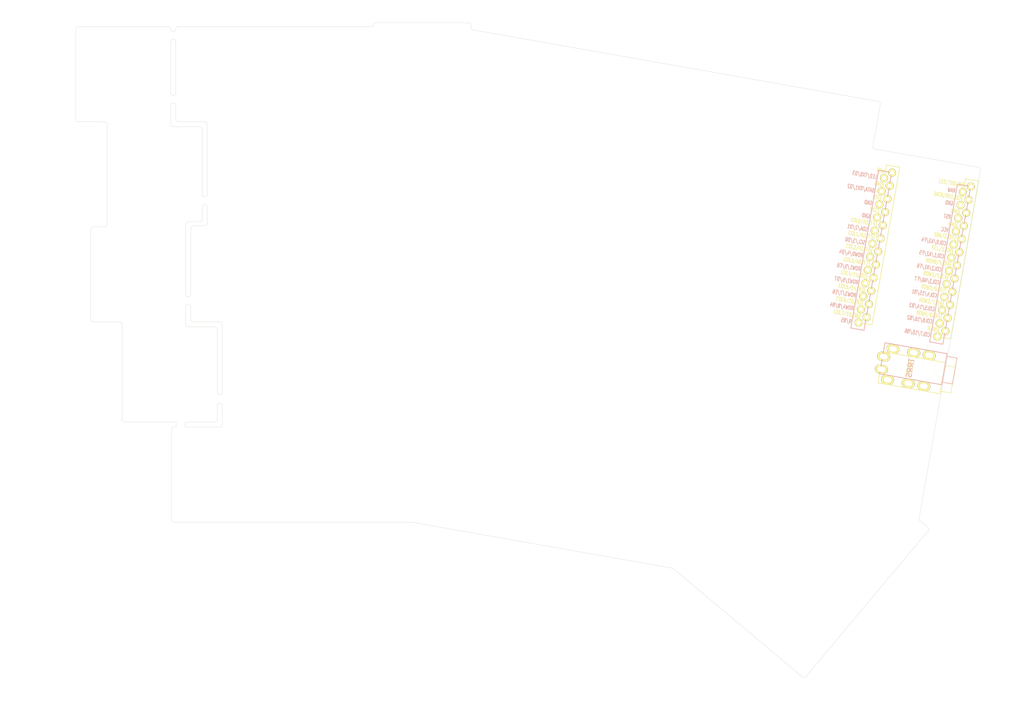
<source format=kicad_pcb>
(kicad_pcb (version 20171130) (host pcbnew "(5.1.2-1)-1")

  (general
    (thickness 1.6)
    (drawings 282)
    (tracks 0)
    (zones 0)
    (modules 25)
    (nets 1)
  )

  (page A4)
  (layers
    (0 F.Cu signal)
    (31 B.Cu signal)
    (32 B.Adhes user)
    (33 F.Adhes user)
    (34 B.Paste user)
    (35 F.Paste user)
    (36 B.SilkS user)
    (37 F.SilkS user)
    (38 B.Mask user)
    (39 F.Mask user)
    (40 Dwgs.User user)
    (41 Cmts.User user)
    (42 Eco1.User user)
    (43 Eco2.User user)
    (44 Edge.Cuts user)
    (45 Margin user)
    (46 B.CrtYd user)
    (47 F.CrtYd user)
    (48 B.Fab user)
    (49 F.Fab user)
  )

  (setup
    (last_trace_width 0.25)
    (trace_clearance 0.2)
    (zone_clearance 0.508)
    (zone_45_only yes)
    (trace_min 0.2)
    (via_size 0.8)
    (via_drill 0.4)
    (via_min_size 0.4)
    (via_min_drill 0.3)
    (uvia_size 0.3)
    (uvia_drill 0.1)
    (uvias_allowed no)
    (uvia_min_size 0.2)
    (uvia_min_drill 0.1)
    (edge_width 0.05)
    (segment_width 0.2)
    (pcb_text_width 0.3)
    (pcb_text_size 1.5 1.5)
    (mod_edge_width 0.12)
    (mod_text_size 1 1)
    (mod_text_width 0.15)
    (pad_size 1.524 1.524)
    (pad_drill 0.762)
    (pad_to_mask_clearance 0.051)
    (solder_mask_min_width 0.25)
    (aux_axis_origin 113.221504 112.959071)
    (grid_origin 113.221504 112.959071)
    (visible_elements FFFFFF7F)
    (pcbplotparams
      (layerselection 0x01000_7ffffffe)
      (usegerberextensions false)
      (usegerberattributes false)
      (usegerberadvancedattributes false)
      (creategerberjobfile false)
      (excludeedgelayer true)
      (linewidth 0.150000)
      (plotframeref false)
      (viasonmask false)
      (mode 1)
      (useauxorigin false)
      (hpglpennumber 1)
      (hpglpenspeed 20)
      (hpglpendiameter 15.000000)
      (psnegative false)
      (psa4output false)
      (plotreference true)
      (plotvalue true)
      (plotinvisibletext false)
      (padsonsilk false)
      (subtractmaskfromsilk false)
      (outputformat 3)
      (mirror false)
      (drillshape 0)
      (scaleselection 1)
      (outputdirectory ""))
  )

  (net 0 "")

  (net_class Default "これはデフォルトのネット クラスです。"
    (clearance 0.2)
    (trace_width 0.25)
    (via_dia 0.8)
    (via_drill 0.4)
    (uvia_dia 0.3)
    (uvia_drill 0.1)
  )

  (net_class VCC/GND ""
    (clearance 0.2)
    (trace_width 0.5)
    (via_dia 0.8)
    (via_drill 0.4)
    (uvia_dia 0.3)
    (uvia_drill 0.1)
  )

  (module angelina72:M2_AcrylicHole (layer F.Cu) (tedit 5DBC33D2) (tstamp 5DBD4DD7)
    (at 63.334029 134.152208)
    (descr "Mounting Hole 2.2mm, no annular, M2")
    (tags "mounting hole 2.2mm no annular m2")
    (attr virtual)
    (fp_text reference REF** (at 0 -3.2) (layer F.Fab) hide
      (effects (font (size 1 1) (thickness 0.15)))
    )
    (fp_text value M2_AcrylicHole (at 0 3.2) (layer F.Fab) hide
      (effects (font (size 1 1) (thickness 0.15)))
    )
    (fp_circle (center 0 0) (end 1.1 0) (layer Eco2.User) (width 0.12))
    (fp_circle (center 0 0) (end 1.1 0) (layer Eco1.User) (width 0.12))
    (fp_circle (center 0 0) (end 1.1 0) (layer B.Adhes) (width 0.12))
    (fp_circle (center 0 0) (end 1.1 0) (layer F.Adhes) (width 0.12))
    (fp_circle (center 0 0) (end 2.25 0) (layer F.CrtYd) (width 0.05))
  )

  (module angelina72:M2_AcrylicHole_Bottom (layer F.Cu) (tedit 5DB99790) (tstamp 5DBD35CC)
    (at 179.546224 65.908616)
    (descr "Mounting Hole 2.2mm, no annular, M2")
    (tags "mounting hole 2.2mm no annular m2")
    (attr virtual)
    (fp_text reference REF** (at 0 -3.2) (layer F.Fab) hide
      (effects (font (size 1 1) (thickness 0.15)))
    )
    (fp_text value M2_AcrylicHole_Bottom (at 0 3.2) (layer F.Fab) hide
      (effects (font (size 1 1) (thickness 0.15)))
    )
    (fp_circle (center 0 0) (end 1.1 0) (layer F.Adhes) (width 0.12))
    (fp_circle (center 0 0) (end 2.25 0) (layer F.CrtYd) (width 0.05))
  )

  (module angelina72:M2_AcrylicHole_Bottom (layer F.Cu) (tedit 5DB99790) (tstamp 5DBD35C7)
    (at 184.096408 135.128199 320)
    (descr "Mounting Hole 2.2mm, no annular, M2")
    (tags "mounting hole 2.2mm no annular m2")
    (attr virtual)
    (fp_text reference REF** (at 0 -3.2 140) (layer F.Fab) hide
      (effects (font (size 1 1) (thickness 0.15)))
    )
    (fp_text value M2_AcrylicHole_Bottom (at 0 3.2 140) (layer F.Fab) hide
      (effects (font (size 1 1) (thickness 0.15)))
    )
    (fp_circle (center 0 0) (end 1.1 0) (layer F.Adhes) (width 0.12))
    (fp_circle (center 0 0) (end 2.25 0) (layer F.CrtYd) (width 0.05))
  )

  (module angelina72:M2_AcrylicHole (layer F.Cu) (tedit 5DBC33D2) (tstamp 5DBD35BF)
    (at 214.484181 110.503339 350)
    (descr "Mounting Hole 2.2mm, no annular, M2")
    (tags "mounting hole 2.2mm no annular m2")
    (attr virtual)
    (fp_text reference REF** (at 0 -3.2 170) (layer F.Fab) hide
      (effects (font (size 1 1) (thickness 0.15)))
    )
    (fp_text value M2_AcrylicHole (at 0 3.2 170) (layer F.Fab) hide
      (effects (font (size 1 1) (thickness 0.15)))
    )
    (fp_circle (center 0 0) (end 1.1 0) (layer Eco2.User) (width 0.12))
    (fp_circle (center 0 0) (end 1.1 0) (layer Eco1.User) (width 0.12))
    (fp_circle (center 0 0) (end 1.1 0) (layer B.Adhes) (width 0.12))
    (fp_circle (center 0 0) (end 1.1 0) (layer F.Adhes) (width 0.12))
    (fp_circle (center 0 0) (end 2.25 0) (layer F.CrtYd) (width 0.05))
  )

  (module angelina72:M5_AcrylicHole (layer F.Cu) (tedit 5DC00F71) (tstamp 5DBD34D1)
    (at 193.728262 40.348572 350)
    (fp_text reference REF** (at 0 0.5 170) (layer F.Fab) hide
      (effects (font (size 1 1) (thickness 0.15)))
    )
    (fp_text value M5_AcrylicHole (at 0 -0.5 170) (layer F.Fab) hide
      (effects (font (size 1 1) (thickness 0.15)))
    )
    (fp_arc (start 6.9 2.4625) (end 4.6 2.4625) (angle -90) (layer Eco1.User) (width 0.12))
    (fp_arc (start -6.9 2.4625) (end -6.9 4.7625) (angle -90) (layer Eco1.User) (width 0.12))
    (fp_line (start 4.6 0) (end 4.6 2.4625) (layer Eco1.User) (width 0.12))
    (fp_line (start -4.6 0) (end -4.6 2.4625) (layer Eco1.User) (width 0.12))
    (fp_arc (start 0 0) (end 4.6 0) (angle -180) (layer Eco1.User) (width 0.12))
    (fp_circle (center 0 0) (end 2.6 0) (layer Eco1.User) (width 0.12))
    (fp_circle (center 0 0) (end 4.6 0) (layer F.CrtYd) (width 0.12))
  )

  (module angelina72:M5_AcrylicHole (layer F.Cu) (tedit 5DC00F71) (tstamp 5DBD34C9)
    (at 199.709604 160.663091 230)
    (fp_text reference REF** (at 0 0.5 50) (layer F.Fab) hide
      (effects (font (size 1 1) (thickness 0.15)))
    )
    (fp_text value M5_AcrylicHole (at 0 -0.5 50) (layer F.Fab) hide
      (effects (font (size 1 1) (thickness 0.15)))
    )
    (fp_arc (start 6.9 2.4625) (end 4.6 2.4625) (angle -90) (layer Eco1.User) (width 0.12))
    (fp_arc (start -6.9 2.4625) (end -6.9 4.7625) (angle -90) (layer Eco1.User) (width 0.12))
    (fp_line (start 4.6 0) (end 4.6 2.4625) (layer Eco1.User) (width 0.12))
    (fp_line (start -4.6 0) (end -4.6 2.4625) (layer Eco1.User) (width 0.12))
    (fp_arc (start 0 0) (end 4.6 0) (angle -180) (layer Eco1.User) (width 0.12))
    (fp_circle (center 0 0) (end 2.6 0) (layer Eco1.User) (width 0.12))
    (fp_circle (center 0 0) (end 4.6 0) (layer F.CrtYd) (width 0.12))
  )

  (module angelina72:ProMicro (layer F.Cu) (tedit 5DB8313C) (tstamp 5DBD3446)
    (at 208.031905 80.591408 350)
    (fp_text reference U1 (at -1.27 2.762 260) (layer F.SilkS) hide
      (effects (font (size 1 1) (thickness 0.15)))
    )
    (fp_text value ProMicro (at -1.27 14.732 170) (layer F.Fab) hide
      (effects (font (size 1 1) (thickness 0.15)))
    )
    (fp_line (start -5.02 -18.320961) (end -5.02 -17.02) (layer F.Fab) (width 0.15))
    (fp_line (start 2.48 -18.32) (end 2.48 -17.02) (layer F.Fab) (width 0.15))
    (fp_line (start -5.02 -18.32) (end 2.48 -18.32) (layer F.Fab) (width 0.15))
    (fp_line (start -3.75 -19.6) (end 3.75 -19.6) (layer F.Fab) (width 0.15))
    (fp_line (start 3.75 -19.6) (end 3.75 -18.3) (layer F.Fab) (width 0.15))
    (fp_line (start -3.75 -19.6) (end -3.75 -18.299039) (layer F.Fab) (width 0.15))
    (fp_line (start -10.16 16.002) (end -10.16 -14.478) (layer B.SilkS) (width 0.15))
    (fp_line (start -7.62 16.002) (end -10.16 16.002) (layer B.SilkS) (width 0.15))
    (fp_line (start -7.62 -14.478) (end -7.62 16.002) (layer B.SilkS) (width 0.15))
    (fp_line (start -10.16 -14.478) (end -7.62 -14.478) (layer B.SilkS) (width 0.15))
    (fp_line (start 5.08 16.002) (end 5.08 -14.478) (layer B.SilkS) (width 0.15))
    (fp_line (start 7.62 16.002) (end 5.08 16.002) (layer B.SilkS) (width 0.15))
    (fp_line (start 7.62 -14.478) (end 7.62 16.002) (layer B.SilkS) (width 0.15))
    (fp_line (start 5.08 -14.478) (end 7.62 -14.478) (layer B.SilkS) (width 0.15))
    (fp_line (start -10.16 16.002) (end -10.16 -17.018) (layer F.Fab) (width 0.15))
    (fp_line (start 7.62 16.002) (end -10.16 16.002) (layer F.Fab) (width 0.15))
    (fp_line (start 7.62 -17.018) (end 7.62 16.002) (layer F.Fab) (width 0.15))
    (fp_line (start -10.16 -17.018) (end 7.62 -17.018) (layer F.Fab) (width 0.15))
    (fp_line (start -8.845 -18.288) (end 8.935 -18.288) (layer F.Fab) (width 0.15))
    (fp_line (start 8.935 -18.288) (end 8.935 14.732) (layer F.Fab) (width 0.15))
    (fp_line (start 8.935 14.732) (end -8.845 14.732) (layer F.Fab) (width 0.15))
    (fp_line (start -8.845 14.732) (end -8.845 -18.288) (layer F.Fab) (width 0.15))
    (fp_line (start -8.8336 -15.748) (end -6.2936 -15.748) (layer F.SilkS) (width 0.15))
    (fp_line (start -6.2936 -15.748) (end -6.2936 14.732) (layer F.SilkS) (width 0.15))
    (fp_line (start -6.2936 14.732) (end -8.8336 14.732) (layer F.SilkS) (width 0.15))
    (fp_line (start -8.8336 14.732) (end -8.8336 -15.748) (layer F.SilkS) (width 0.15))
    (fp_line (start 6.3864 -15.748) (end 8.9264 -15.748) (layer F.SilkS) (width 0.15))
    (fp_line (start 8.9264 -15.748) (end 8.9264 14.732) (layer F.SilkS) (width 0.15))
    (fp_line (start 8.9264 14.732) (end 6.3864 14.732) (layer F.SilkS) (width 0.15))
    (fp_line (start 6.3864 14.732) (end 6.3864 -15.748) (layer F.SilkS) (width 0.15))
    (fp_text user " " (at -0.5 -17.25 170) (layer F.SilkS)
      (effects (font (size 1 1) (thickness 0.15)))
    )
    (fp_text user " " (at -1.2065 -16.256 170) (layer B.SilkS)
      (effects (font (size 1 1) (thickness 0.15)) (justify mirror))
    )
    (fp_text user RAW (at -9.739047 -14.488 170) (layer F.SilkS)
      (effects (font (size 0.75 0.5) (thickness 0.125)))
    )
    (fp_text user LED/TX0/D3 (at 3.866238 -14.478 170) (layer F.SilkS)
      (effects (font (size 0.75 0.5) (thickness 0.125)))
    )
    (fp_text user GND (at -9.750952 -11.948 170) (layer F.SilkS)
      (effects (font (size 0.75 0.5) (thickness 0.125)))
    )
    (fp_text user DATA/RX1/D2 (at 3.616238 -11.95 170) (layer F.SilkS)
      (effects (font (size 0.75 0.5) (thickness 0.125)))
    )
    (fp_text user RST (at -9.667619 -9.3445 170) (layer F.SilkS)
      (effects (font (size 0.75 0.5) (thickness 0.125)))
    )
    (fp_text user GND (at 5.461476 -9.3345 170) (layer F.SilkS)
      (effects (font (size 0.75 0.5) (thickness 0.125)))
    )
    (fp_text user VCC (at -9.703333 -6.868 170) (layer F.SilkS)
      (effects (font (size 0.75 0.5) (thickness 0.125)))
    )
    (fp_text user GND (at 5.461476 -6.7945 170) (layer F.SilkS)
      (effects (font (size 0.75 0.5) (thickness 0.125)))
    )
    (fp_text user COL3/A0/F7 (at -11.37 3.34 170) (layer F.SilkS)
      (effects (font (size 0.75 0.5) (thickness 0.125)))
    )
    (fp_text user ROW0/4/D4 (at 3.937666 0.8 170) (layer F.SilkS)
      (effects (font (size 0.75 0.5) (thickness 0.125)))
    )
    (fp_text user COL2/A1/F6 (at -11.37 0.752 170) (layer F.SilkS)
      (effects (font (size 0.75 0.5) (thickness 0.125)))
    )
    (fp_text user SCL/3/D0 (at 4.282905 -1.778 170) (layer F.SilkS)
      (effects (font (size 0.75 0.5) (thickness 0.125)))
    )
    (fp_text user COL1/A2/F5 (at -11.37 -1.788 170) (layer F.SilkS)
      (effects (font (size 0.75 0.5) (thickness 0.125)))
    )
    (fp_text user SDA/2/D1 (at 4.271 -4.318 170) (layer F.SilkS)
      (effects (font (size 0.75 0.5) (thickness 0.125)))
    )
    (fp_text user COL0/A3/F4 (at -11.37 -4.31 170) (layer F.SilkS)
      (effects (font (size 0.75 0.5) (thickness 0.125)))
    )
    (fp_text user COL7/10/B6 (at -11.429523 13.49 170) (layer F.SilkS)
      (effects (font (size 0.75 0.5) (thickness 0.125)))
    )
    (fp_text user 9/B5 (at 5.235286 13.5255 170) (layer F.SilkS)
      (effects (font (size 0.75 0.5) (thickness 0.125)))
    )
    (fp_text user ROW4/8/B4 (at 3.937666 10.922 170) (layer F.SilkS)
      (effects (font (size 0.75 0.5) (thickness 0.125)))
    )
    (fp_text user COL6/16/B2 (at -11.429523 10.94 170) (layer F.SilkS)
      (effects (font (size 0.75 0.5) (thickness 0.125)))
    )
    (fp_text user ROW3/7/E6 (at 3.961476 8.4455 170) (layer F.SilkS)
      (effects (font (size 0.75 0.5) (thickness 0.125)))
    )
    (fp_text user COL5/14/B3 (at -11.429523 8.4355 170) (layer F.SilkS)
      (effects (font (size 0.75 0.5) (thickness 0.125)))
    )
    (fp_text user ROW2/6/D7 (at 3.937666 5.85 170) (layer F.SilkS)
      (effects (font (size 0.75 0.5) (thickness 0.125)))
    )
    (fp_text user COL4/15/B1 (at -11.429523 5.84 170) (layer F.SilkS)
      (effects (font (size 0.75 0.5) (thickness 0.125)))
    )
    (fp_text user ROW1/5/C6 (at 3.937666 3.302 170) (layer F.SilkS)
      (effects (font (size 0.75 0.5) (thickness 0.125)))
    )
    (fp_text user ROW1/5/C6 (at -12.55662 4.6355 170) (layer B.SilkS)
      (effects (font (size 0.75 0.5) (thickness 0.125)) (justify mirror))
    )
    (fp_text user COL4/15/B1 (at 2.483332 7.112 170) (layer B.SilkS)
      (effects (font (size 0.75 0.5) (thickness 0.125)) (justify mirror))
    )
    (fp_text user ROW2/6/D7 (at -12.55662 7.239 170) (layer B.SilkS)
      (effects (font (size 0.75 0.5) (thickness 0.125)) (justify mirror))
    )
    (fp_text user COL5/14/B3 (at 2.483332 9.75 170) (layer B.SilkS)
      (effects (font (size 0.75 0.5) (thickness 0.125)) (justify mirror))
    )
    (fp_text user ROW3/7/E6 (at -12.53281 9.75 170) (layer B.SilkS)
      (effects (font (size 0.75 0.5) (thickness 0.125)) (justify mirror))
    )
    (fp_text user COL6/16/B2 (at 2.483332 12.1285 170) (layer B.SilkS)
      (effects (font (size 0.75 0.5) (thickness 0.125)) (justify mirror))
    )
    (fp_text user ROW4/8/B4 (at -12.55662 12.2555 170) (layer B.SilkS)
      (effects (font (size 0.75 0.5) (thickness 0.125)) (justify mirror))
    )
    (fp_text user 9/B5 (at -11.259 14.7955 170) (layer B.SilkS)
      (effects (font (size 0.75 0.5) (thickness 0.125)) (justify mirror))
    )
    (fp_text user COL7/10/B6 (at 2.483332 14.732 170) (layer B.SilkS)
      (effects (font (size 0.75 0.5) (thickness 0.125)) (justify mirror))
    )
    (fp_text user COL0/A3/F4 (at 2.542855 -2.95 170) (layer B.SilkS)
      (effects (font (size 0.75 0.5) (thickness 0.125)) (justify mirror))
    )
    (fp_text user SDA/2/D1 (at -12.223286 -2.9845 170) (layer B.SilkS)
      (effects (font (size 0.75 0.5) (thickness 0.125)) (justify mirror))
    )
    (fp_text user COL1/A2/F5 (at 2.542855 -0.4445 170) (layer B.SilkS)
      (effects (font (size 0.75 0.5) (thickness 0.125)) (justify mirror))
    )
    (fp_text user SCL/3/D0 (at -12.211381 -0.4445 170) (layer B.SilkS)
      (effects (font (size 0.75 0.5) (thickness 0.125)) (justify mirror))
    )
    (fp_text user COL2/A1/F6 (at 2.542855 2.1 170) (layer B.SilkS)
      (effects (font (size 0.75 0.5) (thickness 0.125)) (justify mirror))
    )
    (fp_text user ROW0/4/D4 (at -12.55662 2.032 170) (layer B.SilkS)
      (effects (font (size 0.75 0.5) (thickness 0.125)) (justify mirror))
    )
    (fp_text user COL3/A0/F7 (at 2.542855 4.6 170) (layer B.SilkS)
      (effects (font (size 0.75 0.5) (thickness 0.125)) (justify mirror))
    )
    (fp_text user GND (at -11.03281 -5.5245 170) (layer B.SilkS)
      (effects (font (size 0.75 0.5) (thickness 0.125)) (justify mirror))
    )
    (fp_text user VCC (at 4.209522 -5.5245 170) (layer B.SilkS)
      (effects (font (size 0.75 0.5) (thickness 0.125)) (justify mirror))
    )
    (fp_text user GND (at -11.03281 -8.0645 170) (layer B.SilkS)
      (effects (font (size 0.75 0.5) (thickness 0.125)) (justify mirror))
    )
    (fp_text user RST (at 4.245236 -8.0645 170) (layer B.SilkS)
      (effects (font (size 0.75 0.5) (thickness 0.125)) (justify mirror))
    )
    (fp_text user DATA/RX1/D2 (at -12.878048 -10.5 170) (layer B.SilkS)
      (effects (font (size 0.75 0.5) (thickness 0.125)) (justify mirror))
    )
    (fp_text user GND (at 4.161903 -10.668 170) (layer B.SilkS)
      (effects (font (size 0.75 0.5) (thickness 0.125)) (justify mirror))
    )
    (fp_text user LED/TX0/D3 (at -12.628048 -13.1445 170) (layer B.SilkS)
      (effects (font (size 0.75 0.5) (thickness 0.125)) (justify mirror))
    )
    (fp_text user RAW (at 4.173808 -13.1445 170) (layer B.SilkS)
      (effects (font (size 0.75 0.5) (thickness 0.125)) (justify mirror))
    )
    (pad 24 thru_hole circle (at 6.35 -13.208 350) (size 1.524 1.524) (drill 0.8128) (layers *.Cu *.Mask F.SilkS))
    (pad 23 thru_hole circle (at 6.35 -10.668 350) (size 1.524 1.524) (drill 0.8128) (layers *.Cu *.Mask F.SilkS))
    (pad 22 thru_hole circle (at 6.35 -8.128 350) (size 1.524 1.524) (drill 0.8128) (layers *.Cu *.Mask F.SilkS))
    (pad 21 thru_hole circle (at 6.35 -5.588 350) (size 1.524 1.524) (drill 0.8128) (layers *.Cu *.Mask F.SilkS))
    (pad 20 thru_hole circle (at 6.35 -3.048 350) (size 1.524 1.524) (drill 0.8128) (layers *.Cu *.Mask F.SilkS))
    (pad 19 thru_hole circle (at 6.35 -0.508 350) (size 1.524 1.524) (drill 0.8128) (layers *.Cu *.Mask F.SilkS))
    (pad 18 thru_hole circle (at 6.35 2.032 350) (size 1.524 1.524) (drill 0.8128) (layers *.Cu *.Mask F.SilkS))
    (pad 17 thru_hole circle (at 6.35 4.572 350) (size 1.524 1.524) (drill 0.8128) (layers *.Cu *.Mask F.SilkS))
    (pad 16 thru_hole circle (at 6.35 7.112 350) (size 1.524 1.524) (drill 0.8128) (layers *.Cu *.Mask F.SilkS))
    (pad 15 thru_hole circle (at 6.35 9.652 350) (size 1.524 1.524) (drill 0.8128) (layers *.Cu *.Mask F.SilkS))
    (pad 14 thru_hole circle (at 6.35 12.192 350) (size 1.524 1.524) (drill 0.8128) (layers *.Cu *.Mask F.SilkS))
    (pad 13 thru_hole circle (at 6.35 14.732 350) (size 1.524 1.524) (drill 0.8128) (layers *.Cu *.Mask F.SilkS))
    (pad 12 thru_hole circle (at -8.89 14.732 350) (size 1.524 1.524) (drill 0.8128) (layers *.Cu *.Mask F.SilkS))
    (pad 11 thru_hole circle (at -8.89 12.192 350) (size 1.524 1.524) (drill 0.8128) (layers *.Cu *.Mask F.SilkS))
    (pad 10 thru_hole circle (at -8.89 9.652 350) (size 1.524 1.524) (drill 0.8128) (layers *.Cu *.Mask F.SilkS))
    (pad 9 thru_hole circle (at -8.89 7.112 350) (size 1.524 1.524) (drill 0.8128) (layers *.Cu *.Mask F.SilkS))
    (pad 8 thru_hole circle (at -8.89 4.572 350) (size 1.524 1.524) (drill 0.8128) (layers *.Cu *.Mask F.SilkS))
    (pad 7 thru_hole circle (at -8.89 2.032 350) (size 1.524 1.524) (drill 0.8128) (layers *.Cu *.Mask F.SilkS))
    (pad 6 thru_hole circle (at -8.89 -0.508 350) (size 1.524 1.524) (drill 0.8128) (layers *.Cu *.Mask F.SilkS))
    (pad 5 thru_hole circle (at -8.89 -3.048 350) (size 1.524 1.524) (drill 0.8128) (layers *.Cu *.Mask F.SilkS))
    (pad 4 thru_hole circle (at -8.89 -5.588 350) (size 1.524 1.524) (drill 0.8128) (layers *.Cu *.Mask F.SilkS))
    (pad 3 thru_hole circle (at -8.89 -8.128 350) (size 1.524 1.524) (drill 0.8128) (layers *.Cu *.Mask F.SilkS))
    (pad 2 thru_hole circle (at -8.89 -10.668 350) (size 1.524 1.524) (drill 0.8128) (layers *.Cu *.Mask F.SilkS))
    (pad 1 thru_hole circle (at -8.89 -13.208 350) (size 1.524 1.524) (drill 0.8128) (layers *.Cu *.Mask F.SilkS))
    (pad 1 thru_hole circle (at 7.6564 -14.478 350) (size 1.524 1.524) (drill 0.8128) (layers *.Cu *.Mask F.SilkS))
    (pad 2 thru_hole circle (at 7.6564 -11.938 350) (size 1.524 1.524) (drill 0.8128) (layers *.Cu *.Mask F.SilkS))
    (pad 3 thru_hole circle (at 7.6564 -9.398 350) (size 1.524 1.524) (drill 0.8128) (layers *.Cu *.Mask F.SilkS))
    (pad 4 thru_hole circle (at 7.6564 -6.858 350) (size 1.524 1.524) (drill 0.8128) (layers *.Cu *.Mask F.SilkS))
    (pad 5 thru_hole circle (at 7.6564 -4.318 350) (size 1.524 1.524) (drill 0.8128) (layers *.Cu *.Mask F.SilkS))
    (pad 6 thru_hole circle (at 7.6564 -1.778 350) (size 1.524 1.524) (drill 0.8128) (layers *.Cu *.Mask F.SilkS))
    (pad 7 thru_hole circle (at 7.6564 0.762 350) (size 1.524 1.524) (drill 0.8128) (layers *.Cu *.Mask F.SilkS))
    (pad 8 thru_hole circle (at 7.6564 3.302 350) (size 1.524 1.524) (drill 0.8128) (layers *.Cu *.Mask F.SilkS))
    (pad 9 thru_hole circle (at 7.6564 5.842 350) (size 1.524 1.524) (drill 0.8128) (layers *.Cu *.Mask F.SilkS))
    (pad 10 thru_hole circle (at 7.6564 8.382 350) (size 1.524 1.524) (drill 0.8128) (layers *.Cu *.Mask F.SilkS))
    (pad 11 thru_hole circle (at 7.6564 10.922 350) (size 1.524 1.524) (drill 0.8128) (layers *.Cu *.Mask F.SilkS))
    (pad 12 thru_hole circle (at 7.6564 13.462 350) (size 1.524 1.524) (drill 0.8128) (layers *.Cu *.Mask F.SilkS))
    (pad 13 thru_hole circle (at -7.5636 13.462 350) (size 1.524 1.524) (drill 0.8128) (layers *.Cu *.Mask F.SilkS))
    (pad 14 thru_hole circle (at -7.5636 10.922 350) (size 1.524 1.524) (drill 0.8128) (layers *.Cu *.Mask F.SilkS))
    (pad 15 thru_hole circle (at -7.5636 8.382 350) (size 1.524 1.524) (drill 0.8128) (layers *.Cu *.Mask F.SilkS))
    (pad 16 thru_hole circle (at -7.5636 5.842 350) (size 1.524 1.524) (drill 0.8128) (layers *.Cu *.Mask F.SilkS))
    (pad 17 thru_hole circle (at -7.5636 3.302 350) (size 1.524 1.524) (drill 0.8128) (layers *.Cu *.Mask F.SilkS))
    (pad 18 thru_hole circle (at -7.5636 0.762 350) (size 1.524 1.524) (drill 0.8128) (layers *.Cu *.Mask F.SilkS))
    (pad 19 thru_hole circle (at -7.5636 -1.778 350) (size 1.524 1.524) (drill 0.8128) (layers *.Cu *.Mask F.SilkS))
    (pad 20 thru_hole circle (at -7.5636 -4.318 350) (size 1.524 1.524) (drill 0.8128) (layers *.Cu *.Mask F.SilkS))
    (pad 21 thru_hole circle (at -7.5636 -6.858 350) (size 1.524 1.524) (drill 0.8128) (layers *.Cu *.Mask F.SilkS))
    (pad 22 thru_hole circle (at -7.5636 -9.398 350) (size 1.524 1.524) (drill 0.8128) (layers *.Cu *.Mask F.SilkS))
    (pad 23 thru_hole circle (at -7.5636 -11.938 350) (size 1.524 1.524) (drill 0.8128) (layers *.Cu *.Mask F.SilkS))
    (pad 24 thru_hole circle (at -7.5636 -14.478 350) (size 1.524 1.524) (drill 0.8128) (layers *.Cu *.Mask F.SilkS))
  )

  (module angelina72:MJ-4PP-9 (layer F.Cu) (tedit 5DAE5894) (tstamp 5DBD3427)
    (at 206.841444 103.110761 260)
    (autoplace_cost90 10)
    (fp_text reference J* (at -0.85 -1.05 80) (layer F.Fab)
      (effects (font (size 1 1) (thickness 0.15)))
    )
    (fp_text value MJ-4PP-9 (at 0 8 80) (layer F.Fab) hide
      (effects (font (size 1 1) (thickness 0.15)))
    )
    (fp_line (start 0.75 -6) (end 0.75 -8) (layer B.SilkS) (width 0.12))
    (fp_line (start 0.75 -8) (end -4.25 -8) (layer B.SilkS) (width 0.12))
    (fp_line (start -4.25 -8) (end -4.25 -6) (layer B.SilkS) (width 0.12))
    (fp_line (start 2.5 -8) (end 2.5 -6) (layer F.SilkS) (width 0.12))
    (fp_line (start -2.5 -6) (end -2.5 -8) (layer F.SilkS) (width 0.12))
    (fp_line (start -2.5 -8) (end 2.5 -8) (layer F.SilkS) (width 0.12))
    (fp_text user TRRS (at -0.75 0.45 80) (layer F.SilkS)
      (effects (font (size 1 1) (thickness 0.15)))
    )
    (fp_line (start -3 6) (end -3 -6) (layer F.SilkS) (width 0.15))
    (fp_line (start 3 6) (end -3 6) (layer F.SilkS) (width 0.15))
    (fp_line (start 3 -6) (end 3 6) (layer F.SilkS) (width 0.15))
    (fp_line (start -3 -6) (end 3 -6) (layer F.SilkS) (width 0.15))
    (fp_line (start -4.75 -6) (end 1.25 -6) (layer B.SilkS) (width 0.15))
    (fp_line (start 1.25 -6) (end 1.25 6) (layer B.SilkS) (width 0.15))
    (fp_line (start 1.25 6) (end -4.75 6) (layer B.SilkS) (width 0.15))
    (fp_line (start -4.75 6) (end -4.75 -6) (layer B.SilkS) (width 0.15))
    (fp_text user TRRS (at -0.8255 0.4135 80) (layer B.SilkS)
      (effects (font (size 1 1) (thickness 0.15)) (justify mirror))
    )
    (pad A thru_hole oval (at -2.1 5.8 260) (size 1.7 2.5) (drill oval 1 1.5) (layers *.Cu *.Mask F.SilkS)
      (clearance 0.15))
    (pad D thru_hole oval (at 2.1 4.3 260) (size 1.7 2.5) (drill oval 1 1.5) (layers *.Cu *.Mask F.SilkS)
      (clearance 0.15))
    (pad C thru_hole oval (at 2.1 0.3 260) (size 1.7 2.5) (drill oval 1 1.5) (layers *.Cu *.Mask F.SilkS))
    (pad B thru_hole oval (at 2.1 -2.7 260) (size 1.7 2.5) (drill oval 1 1.5) (layers *.Cu *.Mask F.SilkS))
    (pad "" np_thru_hole circle (at 0 2.5 260) (size 1.2 1.2) (drill 1.2) (layers *.Cu *.Mask F.SilkS))
    (pad "" np_thru_hole circle (at 0 -4.5 260) (size 1.2 1.2) (drill 1.2) (layers *.Cu *.Mask F.SilkS))
    (pad C thru_hole oval (at -3.85 0.3 260) (size 1.7 2.5) (drill oval 1 1.5) (layers *.Cu *.Mask F.SilkS))
    (pad B thru_hole oval (at -3.85 -2.7 260) (size 1.7 2.5) (drill oval 1 1.5) (layers *.Cu *.Mask F.SilkS))
    (pad A thru_hole oval (at 0.35 5.8 260) (size 1.7 2.5) (drill oval 1 1.5) (layers *.Cu *.Mask F.SilkS)
      (clearance 0.15))
    (pad D thru_hole oval (at -3.85 4.3 260) (size 1.7 2.5) (drill oval 1 1.5) (layers *.Cu *.Mask F.SilkS)
      (clearance 0.15))
    (pad "" np_thru_hole circle (at -1.75 -4.5 260) (size 1.2 1.2) (drill 1.2) (layers *.Cu *.Mask F.SilkS))
    (pad "" np_thru_hole circle (at -1.75 2.5 260) (size 1.2 1.2) (drill 1.2) (layers *.Cu *.Mask F.SilkS))
    (model "../../../../../../Users/pluis/Documents/Magic Briefcase/Documents/KiCad/3d/AB2_TRS_3p5MM_PTH.wrl"
      (at (xyz 0 0 0))
      (scale (xyz 0.42 0.42 0.42))
      (rotate (xyz 0 0 90))
    )
  )

  (module angelina72:M2_AcrylicHole (layer F.Cu) (tedit 5DBC33D2) (tstamp 5DBD341F)
    (at 203.978942 49.410027 350)
    (descr "Mounting Hole 2.2mm, no annular, M2")
    (tags "mounting hole 2.2mm no annular m2")
    (attr virtual)
    (fp_text reference REF** (at 0 -3.2 170) (layer F.Fab) hide
      (effects (font (size 1 1) (thickness 0.15)))
    )
    (fp_text value M2_AcrylicHole (at 0 3.2 170) (layer F.Fab) hide
      (effects (font (size 1 1) (thickness 0.15)))
    )
    (fp_circle (center 0 0) (end 1.1 0) (layer Eco2.User) (width 0.12))
    (fp_circle (center 0 0) (end 1.1 0) (layer Eco1.User) (width 0.12))
    (fp_circle (center 0 0) (end 1.1 0) (layer B.Adhes) (width 0.12))
    (fp_circle (center 0 0) (end 1.1 0) (layer F.Adhes) (width 0.12))
    (fp_circle (center 0 0) (end 2.25 0) (layer F.CrtYd) (width 0.05))
  )

  (module angelina72:M2_AcrylicHole (layer F.Cu) (tedit 5DBC33D2) (tstamp 5DBD3417)
    (at 223.044371 61.960159 350)
    (descr "Mounting Hole 2.2mm, no annular, M2")
    (tags "mounting hole 2.2mm no annular m2")
    (attr virtual)
    (fp_text reference REF** (at 0 -3.2 170) (layer F.Fab) hide
      (effects (font (size 1 1) (thickness 0.15)))
    )
    (fp_text value M2_AcrylicHole (at 0 3.2 170) (layer F.Fab) hide
      (effects (font (size 1 1) (thickness 0.15)))
    )
    (fp_circle (center 0 0) (end 1.1 0) (layer Eco2.User) (width 0.12))
    (fp_circle (center 0 0) (end 1.1 0) (layer Eco1.User) (width 0.12))
    (fp_circle (center 0 0) (end 1.1 0) (layer B.Adhes) (width 0.12))
    (fp_circle (center 0 0) (end 1.1 0) (layer F.Adhes) (width 0.12))
    (fp_circle (center 0 0) (end 2.25 0) (layer F.CrtYd) (width 0.05))
  )

  (module angelina72:M2_AcrylicHole_Bottom (layer F.Cu) (tedit 5DB99790) (tstamp 5DBD3412)
    (at 122.750423 55.520263)
    (descr "Mounting Hole 2.2mm, no annular, M2")
    (tags "mounting hole 2.2mm no annular m2")
    (attr virtual)
    (fp_text reference REF** (at 0 -3.2) (layer F.Fab) hide
      (effects (font (size 1 1) (thickness 0.15)))
    )
    (fp_text value M2_AcrylicHole_Bottom (at 0 3.2) (layer F.Fab) hide
      (effects (font (size 1 1) (thickness 0.15)))
    )
    (fp_circle (center 0 0) (end 1.1 0) (layer F.Adhes) (width 0.12))
    (fp_circle (center 0 0) (end 2.25 0) (layer F.CrtYd) (width 0.05))
  )

  (module angelina72:M2_AcrylicHole_Bottom (layer F.Cu) (tedit 5DB99790) (tstamp 5DBD340D)
    (at 136.486261 118.149373)
    (descr "Mounting Hole 2.2mm, no annular, M2")
    (tags "mounting hole 2.2mm no annular m2")
    (attr virtual)
    (fp_text reference REF** (at 0 -3.2) (layer F.Fab) hide
      (effects (font (size 1 1) (thickness 0.15)))
    )
    (fp_text value M2_AcrylicHole_Bottom (at 0 3.2) (layer F.Fab) hide
      (effects (font (size 1 1) (thickness 0.15)))
    )
    (fp_circle (center 0 0) (end 1.1 0) (layer F.Adhes) (width 0.12))
    (fp_circle (center 0 0) (end 2.25 0) (layer F.CrtYd) (width 0.05))
  )

  (module angelina72:M2_AcrylicHole (layer F.Cu) (tedit 5DBC33D2) (tstamp 5DBD3405)
    (at 216.88248 96.901915 350)
    (descr "Mounting Hole 2.2mm, no annular, M2")
    (tags "mounting hole 2.2mm no annular m2")
    (attr virtual)
    (fp_text reference REF** (at 0 -3.2 170) (layer F.Fab) hide
      (effects (font (size 1 1) (thickness 0.15)))
    )
    (fp_text value M2_AcrylicHole (at 0 3.2 170) (layer F.Fab) hide
      (effects (font (size 1 1) (thickness 0.15)))
    )
    (fp_circle (center 0 0) (end 1.1 0) (layer Eco2.User) (width 0.12))
    (fp_circle (center 0 0) (end 1.1 0) (layer Eco1.User) (width 0.12))
    (fp_circle (center 0 0) (end 1.1 0) (layer B.Adhes) (width 0.12))
    (fp_circle (center 0 0) (end 1.1 0) (layer F.Adhes) (width 0.12))
    (fp_circle (center 0 0) (end 2.25 0) (layer F.CrtYd) (width 0.05))
  )

  (module angelina72:Layout_Outline_PromicroBase (layer F.Cu) (tedit 5DB98235) (tstamp 5DBD33F8)
    (at 113.221504 112.95907 350)
    (fp_text reference REF** (at 0 0.714375 170) (layer F.Fab) hide
      (effects (font (size 1 1) (thickness 0.15)))
    )
    (fp_text value Layout_Outline_PromicroBase (at 0 -0.714375 170) (layer F.Fab) hide
      (effects (font (size 1 1) (thickness 0.15)))
    )
    (fp_arc (start 75.247501 -75.2475) (end 75.723751 -75.247501) (angle -90) (layer Cmts.User) (width 0.05))
    (fp_arc (start 76.199998 -67.151253) (end 75.72375 -67.151251) (angle -90.00336866) (layer Edge.Cuts) (width 0.05))
    (fp_arc (start 96.2025 -66.19875) (end 96.67875 -66.198751) (angle -90) (layer Edge.Cuts) (width 0.05))
    (fp_arc (start 97.155 1.099998) (end 96.916876 1.512445) (angle 60) (layer Edge.Cuts) (width 0.05))
    (fp_arc (start 98.369408 2.900869) (end 98.781853 3.138994) (angle -90) (layer Cmts.User) (width 0.05))
    (fp_line (start 98.607533 2.488425) (end 96.916876 1.512445) (layer Cmts.User) (width 0.05))
    (fp_line (start 75.723751 -75.247501) (end 75.72375 -67.151251) (layer Cmts.User) (width 0.05))
    (fp_line (start 96.202497 -66.675001) (end 76.200029 -66.675014) (layer Edge.Cuts) (width 0.05))
    (fp_line (start 96.67875 1.099999) (end 96.67875 -66.198751) (layer Edge.Cuts) (width 0.05))
    (fp_line (start 97.163977 1.654987) (end 96.916876 1.512445) (layer Edge.Cuts) (width 0.05))
  )

  (module angelina72:M2_AcrylicHole_Cover (layer F.Cu) (tedit 5DBCE740) (tstamp 5DBD33F3)
    (at 195.984997 100.229281 350)
    (descr "Mounting Hole 2.2mm, no annular, M2")
    (tags "mounting hole 2.2mm no annular m2")
    (attr virtual)
    (fp_text reference REF** (at 0 -3.2 170) (layer F.Fab) hide
      (effects (font (size 1 1) (thickness 0.15)))
    )
    (fp_text value M2_AcrylicHole_Cover (at 0 3.2 170) (layer F.Fab) hide
      (effects (font (size 1 1) (thickness 0.15)))
    )
    (fp_circle (center 0 0) (end 1.1 0) (layer B.Paste) (width 0.12))
    (fp_circle (center 0 0) (end 2.25 0) (layer F.CrtYd) (width 0.05))
  )

  (module angelina72:M2_AcrylicHole_Cover (layer F.Cu) (tedit 5DBCE740) (tstamp 5DBD33EE)
    (at 206.814827 110.11822 350)
    (descr "Mounting Hole 2.2mm, no annular, M2")
    (tags "mounting hole 2.2mm no annular m2")
    (attr virtual)
    (fp_text reference REF** (at 0 -3.2 170) (layer F.Fab) hide
      (effects (font (size 1 1) (thickness 0.15)))
    )
    (fp_text value M2_AcrylicHole_Cover (at 0 3.2 170) (layer F.Fab) hide
      (effects (font (size 1 1) (thickness 0.15)))
    )
    (fp_circle (center 0 0) (end 1.1 0) (layer B.Paste) (width 0.12))
    (fp_circle (center 0 0) (end 2.25 0) (layer F.CrtYd) (width 0.05))
  )

  (module angelina72:M2_AcrylicHole_Cover (layer F.Cu) (tedit 5DBCE740) (tstamp 5DBD33E9)
    (at 205.947626 123.264226 350)
    (descr "Mounting Hole 2.2mm, no annular, M2")
    (tags "mounting hole 2.2mm no annular m2")
    (attr virtual)
    (fp_text reference REF** (at 0 -3.2 170) (layer F.Fab) hide
      (effects (font (size 1 1) (thickness 0.15)))
    )
    (fp_text value M2_AcrylicHole_Cover (at 0 3.2 170) (layer F.Fab) hide
      (effects (font (size 1 1) (thickness 0.15)))
    )
    (fp_circle (center 0 0) (end 1.1 0) (layer B.Paste) (width 0.12))
    (fp_circle (center 0 0) (end 2.25 0) (layer F.CrtYd) (width 0.05))
  )

  (module angelina72:M2_AcrylicHole (layer F.Cu) (tedit 5DBC33D2) (tstamp 5DBD33E1)
    (at 160.286916 142.815246 50)
    (descr "Mounting Hole 2.2mm, no annular, M2")
    (tags "mounting hole 2.2mm no annular m2")
    (attr virtual)
    (fp_text reference REF** (at 0 -3.2 50) (layer F.Fab) hide
      (effects (font (size 1 1) (thickness 0.15)))
    )
    (fp_text value M2_AcrylicHole (at 0 3.2 50) (layer F.Fab) hide
      (effects (font (size 1 1) (thickness 0.15)))
    )
    (fp_circle (center 0 0) (end 1.1 0) (layer Eco2.User) (width 0.12))
    (fp_circle (center 0 0) (end 1.1 0) (layer Eco1.User) (width 0.12))
    (fp_circle (center 0 0) (end 1.1 0) (layer B.Adhes) (width 0.12))
    (fp_circle (center 0 0) (end 1.1 0) (layer F.Adhes) (width 0.12))
    (fp_circle (center 0 0) (end 2.25 0) (layer F.CrtYd) (width 0.05))
  )

  (module angelina72:M2_AcrylicHole_Bottom (layer F.Cu) (tedit 5DB99790) (tstamp 5DAB70AC)
    (at 122.750423 55.520265)
    (descr "Mounting Hole 2.2mm, no annular, M2")
    (tags "mounting hole 2.2mm no annular m2")
    (attr virtual)
    (fp_text reference REF** (at 0 -3.2) (layer F.Fab) hide
      (effects (font (size 1 1) (thickness 0.15)))
    )
    (fp_text value M2_AcrylicHole_Bottom (at 0 3.2) (layer F.Fab) hide
      (effects (font (size 1 1) (thickness 0.15)))
    )
    (fp_circle (center 0 0) (end 1.1 0) (layer F.Adhes) (width 0.12))
    (fp_circle (center 0 0) (end 2.25 0) (layer F.CrtYd) (width 0.05))
  )

  (module angelina72:M5_AcrylicHole (layer F.Cu) (tedit 5DC00F71) (tstamp 5DB8A887)
    (at 37.973689 46.283791 90)
    (fp_text reference REF** (at 0 0.5 90) (layer F.Fab) hide
      (effects (font (size 1 1) (thickness 0.15)))
    )
    (fp_text value M5_AcrylicHole (at 0 -0.5 90) (layer F.Fab) hide
      (effects (font (size 1 1) (thickness 0.15)))
    )
    (fp_arc (start 6.9 2.4625) (end 4.6 2.4625) (angle -90) (layer Eco1.User) (width 0.12))
    (fp_arc (start -6.9 2.4625) (end -6.9 4.7625) (angle -90) (layer Eco1.User) (width 0.12))
    (fp_line (start 4.6 0) (end 4.6 2.4625) (layer Eco1.User) (width 0.12))
    (fp_line (start -4.6 0) (end -4.6 2.4625) (layer Eco1.User) (width 0.12))
    (fp_arc (start 0 0) (end 4.6 0) (angle -180) (layer Eco1.User) (width 0.12))
    (fp_circle (center 0 0) (end 2.6 0) (layer Eco1.User) (width 0.12))
    (fp_circle (center 0 0) (end 4.6 0) (layer F.CrtYd) (width 0.12))
  )

  (module angelina72:M2_AcrylicHole (layer F.Cu) (tedit 5DBC33D2) (tstamp 5DB94C95)
    (at 45.117467 34.615618)
    (descr "Mounting Hole 2.2mm, no annular, M2")
    (tags "mounting hole 2.2mm no annular m2")
    (attr virtual)
    (fp_text reference REF** (at 0 -3.2) (layer F.Fab) hide
      (effects (font (size 1 1) (thickness 0.15)))
    )
    (fp_text value M2_AcrylicHole (at 0 3.2) (layer F.Fab) hide
      (effects (font (size 1 1) (thickness 0.15)))
    )
    (fp_circle (center 0 0) (end 1.1 0) (layer Eco2.User) (width 0.12))
    (fp_circle (center 0 0) (end 1.1 0) (layer Eco1.User) (width 0.12))
    (fp_circle (center 0 0) (end 1.1 0) (layer B.Adhes) (width 0.12))
    (fp_circle (center 0 0) (end 1.1 0) (layer F.Adhes) (width 0.12))
    (fp_circle (center 0 0) (end 2.25 0) (layer F.CrtYd) (width 0.05))
  )

  (module angelina72:M2_AcrylicHole_Bottom (layer F.Cu) (tedit 5DB99790) (tstamp 5DB0094E)
    (at 66.310683 55.099072)
    (descr "Mounting Hole 2.2mm, no annular, M2")
    (tags "mounting hole 2.2mm no annular m2")
    (attr virtual)
    (fp_text reference REF** (at 0 -3.2) (layer F.Fab) hide
      (effects (font (size 1 1) (thickness 0.15)))
    )
    (fp_text value M2_AcrylicHole_Bottom (at 0 3.2) (layer F.Fab) hide
      (effects (font (size 1 1) (thickness 0.15)))
    )
    (fp_circle (center 0 0) (end 1.1 0) (layer F.Adhes) (width 0.12))
    (fp_circle (center 0 0) (end 2.25 0) (layer F.CrtYd) (width 0.05))
  )

  (module angelina72:M2_AcrylicHole_Bottom (layer F.Cu) (tedit 5DB99790) (tstamp 5DB14953)
    (at 75.121507 112.219072)
    (descr "Mounting Hole 2.2mm, no annular, M2")
    (tags "mounting hole 2.2mm no annular m2")
    (attr virtual)
    (fp_text reference REF** (at 0 -3.2) (layer F.Fab) hide
      (effects (font (size 1 1) (thickness 0.15)))
    )
    (fp_text value M2_AcrylicHole_Bottom (at 0 3.2) (layer F.Fab) hide
      (effects (font (size 1 1) (thickness 0.15)))
    )
    (fp_circle (center 0 0) (end 1.1 0) (layer F.Adhes) (width 0.12))
    (fp_circle (center 0 0) (end 2.25 0) (layer F.CrtYd) (width 0.05))
  )

  (module angelina72:Layout_Outline (layer F.Cu) (tedit 5DB98091) (tstamp 5DBA0BA6)
    (at 113.221504 112.959071 350)
    (fp_text reference REF** (at 0 0.714375 170) (layer F.Fab) hide
      (effects (font (size 1 1) (thickness 0.15)))
    )
    (fp_text value Layout_Outline (at 0 -0.714375 170) (layer F.Fab) hide
      (effects (font (size 1 1) (thickness 0.15)))
    )
    (fp_line (start -58.409227 -66.592811) (end -22.17783 -72.981062) (layer Edge.Cuts) (width 0.05))
    (fp_line (start -21.598409 -73.808948) (end -4.127528 -76.889522) (layer Edge.Cuts) (width 0.05))
    (fp_line (start -3.575812 -76.503205) (end -3.507151 -76.117312) (layer Edge.Cuts) (width 0.05))
    (fp_line (start -77.556132 -62.733099) (end -74.578936 -45.84857) (layer Edge.Cuts) (width 0.05))
    (fp_line (start -74.027221 -45.462256) (end -69.102566 -46.330604) (layer Edge.Cuts) (width 0.05))
    (fp_line (start -68.550851 -45.94429) (end -65.242851 -27.183702) (layer Edge.Cuts) (width 0.05))
    (fp_line (start -65.629169 -26.631987) (end -67.739732 -26.259841) (layer Edge.Cuts) (width 0.05))
    (fp_line (start -68.126049 -25.708123) (end -65.148852 -8.823594) (layer Edge.Cuts) (width 0.05))
    (fp_line (start -64.597134 -8.43728) (end -59.672483 -9.305628) (layer Edge.Cuts) (width 0.05))
    (fp_line (start -59.120766 -8.919315) (end -55.978171 8.903242) (layer Edge.Cuts) (width 0.05))
    (fp_line (start -59.320077 -63.530627) (end -57.624729 -53.915816) (layer Edge.Cuts) (width 0.05))
    (fp_line (start -56.686697 -54.081223) (end -58.382046 -63.696022) (layer Edge.Cuts) (width 0.05))
    (fp_arc (start -59.264561 -65.958398) (end -59.733574 -65.875699) (angle -180) (layer Edge.Cuts) (width 0.05))
    (fp_arc (start -58.851062 -63.613324) (end -58.382046 -63.696022) (angle -180) (layer Edge.Cuts) (width 0.05))
    (fp_arc (start -58.326529 -66.123801) (end -58.409227 -66.592811) (angle -90) (layer Edge.Cuts) (width 0.05))
    (fp_arc (start -60.20259 -65.792998) (end -59.733574 -65.875699) (angle -90) (layer Edge.Cuts) (width 0.05))
    (fp_line (start -60.285291 -66.262012) (end -77.169817 -63.284813) (layer Edge.Cuts) (width 0.05))
    (fp_arc (start -57.155714 -53.998519) (end -57.624729 -53.915816) (angle -180) (layer Edge.Cuts) (width 0.05))
    (fp_arc (start -56.742211 -51.65345) (end -56.2732 -51.736148) (angle -180) (layer Edge.Cuts) (width 0.05))
    (fp_line (start -57.211224 -51.570751) (end -56.590977 -48.053139) (layer Edge.Cuts) (width 0.05))
    (fp_line (start -56.2732 -51.736148) (end -55.818348 -49.156568) (layer Edge.Cuts) (width 0.05))
    (fp_line (start -56.039263 -47.666824) (end -51.11461 -48.535174) (layer Edge.Cuts) (width 0.05))
    (fp_line (start -55.266633 -48.770254) (end -50.341979 -49.638603) (layer Edge.Cuts) (width 0.05))
    (fp_line (start -49.790264 -49.252289) (end -47.474663 -36.119879) (layer Edge.Cuts) (width 0.05))
    (fp_line (start -46.90993 -30.174495) (end -49.020498 -29.802343) (layer Edge.Cuts) (width 0.05))
    (fp_line (start -49.406809 -29.250629) (end -47.215261 -16.821738) (layer Edge.Cuts) (width 0.05))
    (fp_line (start -45.836548 -11.74528) (end -40.911895 -12.613629) (layer Edge.Cuts) (width 0.05))
    (fp_line (start -40.360182 -12.227312) (end -38.127282 0.436082) (layer Edge.Cuts) (width 0.05))
    (fp_line (start -37.438499 7.084989) (end -43.535694 8.160071) (layer Edge.Cuts) (width 0.05))
    (fp_arc (start -50.259276 -49.16959) (end -49.790264 -49.252289) (angle -90) (layer Edge.Cuts) (width 0.05))
    (fp_arc (start -51.03191 -48.066159) (end -50.562894 -48.148861) (angle -90) (layer Edge.Cuts) (width 0.05))
    (fp_line (start -50.562894 -48.148861) (end -48.412695 -35.954475) (layer Edge.Cuts) (width 0.05))
    (fp_arc (start -48.05471 -31.181627) (end -47.97201 -30.712613) (angle -90) (layer Edge.Cuts) (width 0.05))
    (fp_arc (start -46.992628 -30.643509) (end -46.90993 -30.174495) (angle -90) (layer Edge.Cuts) (width 0.05))
    (fp_line (start -47.97201 -30.712613) (end -50.082575 -30.340465) (layer Edge.Cuts) (width 0.05))
    (fp_arc (start -48.937797 -29.333329) (end -49.020498 -29.802343) (angle -90) (layer Edge.Cuts) (width 0.05))
    (fp_arc (start -49.999877 -29.871451) (end -50.082575 -30.340465) (angle -90) (layer Edge.Cuts) (width 0.05))
    (fp_line (start -50.468892 -29.78875) (end -48.153295 -16.656339) (layer Edge.Cuts) (width 0.05))
    (fp_arc (start -45.919249 -12.214292) (end -46.388261 -12.131591) (angle -90) (layer Edge.Cuts) (width 0.05))
    (fp_arc (start -46.691879 -11.110862) (end -47.160892 -11.028163) (angle -90) (layer Edge.Cuts) (width 0.05))
    (fp_line (start -46.609178 -10.641848) (end -41.684526 -11.510201) (layer Edge.Cuts) (width 0.05))
    (fp_arc (start -41.601825 -11.041184) (end -41.132807 -11.123884) (angle -90) (layer Edge.Cuts) (width 0.05))
    (fp_arc (start -40.829194 -12.144612) (end -40.360182 -12.227312) (angle -90) (layer Edge.Cuts) (width 0.05))
    (fp_line (start -41.132807 -11.123884) (end -39.065313 0.601485) (layer Edge.Cuts) (width 0.05))
    (fp_arc (start -37.521197 6.615976) (end -37.438499 7.084989) (angle -90) (layer Edge.Cuts) (width 0.05))
    (fp_arc (start -38.624627 5.843346) (end -38.541926 6.31236) (angle -90) (layer Edge.Cuts) (width 0.05))
    (fp_line (start -46.163386 7.656274) (end -55.426454 9.289558) (layer Edge.Cuts) (width 0.05))
    (fp_arc (start -55.509156 8.820544) (end -55.978171 8.903242) (angle -90) (layer Edge.Cuts) (width 0.05))
    (fp_arc (start -45.915315 9.063279) (end -45.998013 8.594261) (angle -90.00012031) (layer Edge.Cuts) (width 0.05))
    (fp_arc (start -77.087119 -62.815799) (end -77.169817 -63.284813) (angle -90) (layer Edge.Cuts) (width 0.05))
    (fp_arc (start -74.109921 -45.931271) (end -74.578936 -45.84857) (angle -90) (layer Edge.Cuts) (width 0.05))
    (fp_arc (start -69.019866 -45.86159) (end -68.550851 -45.94429) (angle -90) (layer Edge.Cuts) (width 0.05))
    (fp_arc (start -65.711866 -27.101002) (end -65.629169 -26.631987) (angle -90) (layer Edge.Cuts) (width 0.05))
    (fp_arc (start -67.657032 -25.790823) (end -67.739732 -26.259841) (angle -90) (layer Edge.Cuts) (width 0.05))
    (fp_arc (start -64.679835 -8.906295) (end -65.148852 -8.823594) (angle -90) (layer Edge.Cuts) (width 0.05))
    (fp_arc (start -59.589784 -8.836617) (end -59.120766 -8.919315) (angle -90) (layer Edge.Cuts) (width 0.05))
    (fp_arc (start -22.240221 -73.333079) (end -22.17783 -72.981062) (angle -89.94903567) (layer Edge.Cuts) (width 0.05))
    (fp_arc (start -21.536385 -73.457184) (end -21.598409 -73.808948) (angle -90.00016041) (layer Edge.Cuts) (width 0.05))
    (fp_line (start -3.038137 -75.723764) (end 75.2475 -75.72375) (layer Edge.Cuts) (width 0.05))
    (fp_line (start 75.723751 -75.247501) (end 75.72375 -67.151251) (layer Edge.Cuts) (width 0.05))
    (fp_arc (start -3.038135 -76.200014) (end -3.038137 -75.723764) (angle 79.99997897) (layer Edge.Cuts) (width 0.05))
    (fp_arc (start -4.04483 -76.420503) (end -3.575812 -76.503205) (angle -90) (layer Edge.Cuts) (width 0.05))
    (fp_line (start 52.283625 18.638227) (end 80.033781 34.659101) (layer Edge.Cuts) (width 0.05))
    (fp_line (start 80.684353 34.484783) (end 98.781853 3.138994) (layer Edge.Cuts) (width 0.05))
    (fp_line (start 98.607533 2.488425) (end 97.163988 1.654968) (layer Edge.Cuts) (width 0.05))
    (fp_arc (start 98.369408 2.900869) (end 98.781853 3.138994) (angle -90) (layer Edge.Cuts) (width 0.05))
    (fp_arc (start 80.271908 34.246658) (end 80.033781 34.659101) (angle -90) (layer Edge.Cuts) (width 0.05))
    (fp_arc (start 52.045499 19.050669) (end 52.283625 18.638227) (angle -30) (layer Edge.Cuts) (width 0.05))
    (fp_arc (start 75.247501 -75.2475) (end 75.723751 -75.247501) (angle -90) (layer Edge.Cuts) (width 0.05))
    (fp_arc (start -46.080689 8.125266) (end -45.998013 8.594261) (angle -180.0026468) (layer Edge.Cuts) (width 0.05))
    (fp_arc (start -43.618389 7.691075) (end -43.701062 7.222076) (angle -180.0026468) (layer Edge.Cuts) (width 0.05))
    (fp_line (start -38.541926 6.31236) (end -43.701062 7.222076) (layer Edge.Cuts) (width 0.05))
    (fp_arc (start -47.943677 -36.037177) (end -48.412695 -35.954475) (angle -180) (layer Edge.Cuts) (width 0.05))
    (fp_arc (start -47.530186 -33.692103) (end -47.061172 -33.774798) (angle -180) (layer Edge.Cuts) (width 0.05))
    (fp_line (start -47.585697 -31.264327) (end -47.999197 -33.609406) (layer Edge.Cuts) (width 0.05))
    (fp_line (start -47.061172 -33.774798) (end -46.523615 -30.726207) (layer Edge.Cuts) (width 0.05))
    (fp_arc (start -47.684276 -16.739038) (end -48.153295 -16.656339) (angle -180) (layer Edge.Cuts) (width 0.05))
    (fp_arc (start -47.270774 -14.393965) (end -46.801765 -14.476665) (angle -180) (layer Edge.Cuts) (width 0.05))
    (fp_line (start -47.160892 -11.028163) (end -47.739787 -14.311267) (layer Edge.Cuts) (width 0.05))
    (fp_line (start -46.801765 -14.476665) (end -46.388261 -12.131591) (layer Edge.Cuts) (width 0.05))
    (fp_line (start -37.672435 3.015667) (end -37.052185 6.533277) (layer Edge.Cuts) (width 0.05))
    (fp_line (start -38.155613 5.760644) (end -38.610459 3.181064) (layer Edge.Cuts) (width 0.05))
    (fp_arc (start -38.141447 3.098366) (end -37.672435 3.015667) (angle -180) (layer Edge.Cuts) (width 0.05))
    (fp_arc (start -38.596297 0.518786) (end -39.065313 0.601485) (angle -180) (layer Edge.Cuts) (width 0.05))
    (fp_line (start -42.855412 26.416822) (end 1.584154 18.580968) (layer Edge.Cuts) (width 0.05))
    (fp_line (start -46.384331 9.14598) (end -43.407131 26.030508) (layer Edge.Cuts) (width 0.05))
    (fp_arc (start 1.666854 19.04998) (end 1.666853 18.573733) (angle -10.00000014) (layer Edge.Cuts) (width 0.05))
    (fp_line (start 1.666853 18.573733) (end 52.045501 18.574421) (layer Edge.Cuts) (width 0.05))
    (fp_arc (start -42.938115 25.947807) (end -43.407131 26.030508) (angle -90) (layer Edge.Cuts) (width 0.05))
    (fp_arc (start -56.121963 -48.135841) (end -56.590977 -48.053139) (angle -90) (layer Edge.Cuts) (width 0.05))
    (fp_arc (start -55.349333 -49.239267) (end -55.818348 -49.156568) (angle -90) (layer Edge.Cuts) (width 0.05))
  )

  (module angelina72:M5_AcrylicHole (layer F.Cu) (tedit 5DC00F71) (tstamp 5DBFD981)
    (at 51.339422 122.476192 110)
    (fp_text reference REF** (at 0 0.5 110) (layer F.Fab) hide
      (effects (font (size 1 1) (thickness 0.15)))
    )
    (fp_text value M5_AcrylicHole (at 0 -0.5 110) (layer F.Fab) hide
      (effects (font (size 1 1) (thickness 0.15)))
    )
    (fp_arc (start 6.9 2.4625) (end 4.6 2.4625) (angle -90) (layer Eco1.User) (width 0.12))
    (fp_arc (start -6.9 2.4625) (end -6.9 4.7625) (angle -90) (layer Eco1.User) (width 0.12))
    (fp_line (start 4.6 0) (end 4.6 2.4625) (layer Eco1.User) (width 0.12))
    (fp_line (start -4.6 0) (end -4.6 2.4625) (layer Eco1.User) (width 0.12))
    (fp_arc (start 0 0) (end 4.6 0) (angle -180) (layer Eco1.User) (width 0.12))
    (fp_circle (center 0 0) (end 2.6 0) (layer Eco1.User) (width 0.12))
    (fp_circle (center 0 0) (end 4.6 0) (layer F.CrtYd) (width 0.12))
  )

  (gr_line (start 78.097918 122.484111) (end 33.806483 122.484111) (layer F.Fab) (width 0.15))
  (dimension 9.52504 (width 0.15) (layer F.Fab)
    (gr_text "9.525 mm" (at 79.397918 117.721591 90) (layer F.Fab) (tstamp 5DC09D32)
      (effects (font (size 1 1) (thickness 0.15)))
    )
    (feature1 (pts (xy 77.502604 122.484111) (xy 78.684339 122.484111)))
    (feature2 (pts (xy 77.502604 112.959071) (xy 78.684339 112.959071)))
    (crossbar (pts (xy 78.097918 112.959071) (xy 78.097918 122.484111)))
    (arrow1a (pts (xy 78.097918 122.484111) (xy 77.511497 121.357608)))
    (arrow1b (pts (xy 78.097918 122.484111) (xy 78.684339 121.357607)))
    (arrow2a (pts (xy 78.097918 112.959071) (xy 77.511497 114.085575)))
    (arrow2b (pts (xy 78.097918 112.959071) (xy 78.684339 114.085575)))
  )
  (dimension 19.05008 (width 0.15) (layer F.Fab)
    (gr_text "19.050 mm" (at 83.326998 122.484111 90) (layer F.Fab) (tstamp 5DC09B97)
      (effects (font (size 1 1) (thickness 0.15)))
    )
    (feature1 (pts (xy 77.502604 132.009151) (xy 82.613419 132.009151)))
    (feature2 (pts (xy 77.502604 112.959071) (xy 82.613419 112.959071)))
    (crossbar (pts (xy 82.026998 112.959071) (xy 82.026998 132.009151)))
    (arrow1a (pts (xy 82.026998 132.009151) (xy 81.440577 130.882647)))
    (arrow1b (pts (xy 82.026998 132.009151) (xy 82.613418 130.882647)))
    (arrow2a (pts (xy 82.026998 112.959071) (xy 81.440577 114.085575)))
    (arrow2b (pts (xy 82.026998 112.959071) (xy 82.613419 114.085575)))
  )
  (gr_line (start 55.069371 118.799527) (end 59.789249 131.767283) (layer Eco2.User) (width 0.15) (tstamp 5DC0747C))
  (gr_line (start 42.736187 39.383791) (end 42.736188 53.183792) (layer Eco2.User) (width 0.15))
  (gr_line (start 199.696389 46.237168) (end 186.106043 43.840823) (layer Eco2.User) (width 0.15) (tstamp 5DC0736C))
  (gr_line (start 200.496651 152.316296) (end 191.626182 162.88771) (layer Eco2.User) (width 0.15) (tstamp 5DC072E6))
  (gr_line (start 61.067856 135.280172) (end 59.789249 131.767283) (layer Eco2.User) (width 0.15))
  (gr_line (start 61.067858 135.280173) (end 58.174647 127.3312) (layer Eco1.User) (width 0.15))
  (gr_line (start 201.137288 51.810882) (end 199.731083 59.784203) (layer Eco1.User) (width 0.15) (tstamp 5DC08130))
  (gr_line (start 200.750971 51.259167) (end 123.616015 37.660009) (layer Eco1.User) (width 0.15) (tstamp 5DC0812F))
  (gr_line (start 212.470192 108.213836) (end 208.498674 130.73609) (layer Eco1.User) (width 0.15) (tstamp 5DC0812E))
  (gr_line (start 217.470966 63.395698) (end 219.816319 63.809244) (layer Eco1.User) (width 0.15) (tstamp 5DC0812D))
  (gr_arc (start 200.668272 51.728184) (end 201.137288 51.810882) (angle -90) (layer Eco1.User) (width 0.15) (tstamp 5DC0812C))
  (gr_arc (start 219.733619 64.278261) (end 220.202636 64.360961) (angle -90) (layer Eco1.User) (width 0.15) (tstamp 5DC0812B))
  (gr_arc (start 217.553668 62.926679) (end 217.084649 62.843979) (angle -90) (layer Eco1.User) (width 0.15) (tstamp 5DC0812A))
  (gr_line (start 111.597036 131.777666) (end 161.17159 140.532407) (layer Eco1.User) (width 0.15) (tstamp 5DC08129))
  (gr_line (start 208.661563 131.183618) (end 210.26243 132.526905) (layer Eco1.User) (width 0.15) (tstamp 5DC08128))
  (gr_line (start 210.321132 133.197862) (end 186.749306 161.289668) (layer Eco1.User) (width 0.15) (tstamp 5DC08127))
  (gr_line (start 186.078351 161.348372) (end 161.395016 140.636594) (layer Eco1.User) (width 0.15) (tstamp 5DC08126))
  (gr_arc (start 161.088888 141.001422) (end 161.395016 140.636594) (angle -30) (layer Eco1.User) (width 0.15) (tstamp 5DC08125))
  (gr_arc (start 208.967689 130.818789) (end 208.661563 131.183618) (angle 60) (layer Eco1.User) (width 0.15) (tstamp 5DC08124))
  (gr_arc (start 209.956303 132.891736) (end 210.321132 133.197862) (angle -90) (layer Eco1.User) (width 0.15) (tstamp 5DC08123))
  (gr_arc (start 186.384478 160.983542) (end 186.078351 161.348372) (angle -90) (layer Eco1.User) (width 0.15) (tstamp 5DC08122))
  (gr_arc (start 203.952215 60.528503) (end 203.869516 60.997519) (angle -90) (layer Eco1.User) (width 0.15) (tstamp 5DC08121))
  (gr_arc (start 200.200097 59.866902) (end 199.731083 59.784203) (angle -90) (layer Eco1.User) (width 0.15) (tstamp 5DC08120))
  (gr_line (start 200.117402 60.335919) (end 203.869516 60.997519) (layer Eco1.User) (width 0.15) (tstamp 5DC0811F))
  (gr_arc (start 122.746216 36.75909) (end 123.222469 36.759084) (angle -90) (layer Eco1.User) (width 0.15) (tstamp 5DC0811E))
  (gr_arc (start 104.529905 36.64001) (end 104.529908 36.282821) (angle -90.04956562) (layer Eco1.User) (width 0.15) (tstamp 5DC0811D))
  (gr_arc (start 103.815211 36.640012) (end 103.815529 36.997195) (angle -89.89990465) (layer Eco1.User) (width 0.15) (tstamp 5DC0811C))
  (gr_line (start 123.222469 36.759084) (end 123.222466 37.190992) (layer Eco1.User) (width 0.15) (tstamp 5DC0811B))
  (gr_line (start 104.529908 36.282821) (end 122.746216 36.282836) (layer Eco1.User) (width 0.15) (tstamp 5DC0811A))
  (gr_arc (start 123.698717 37.190995) (end 123.616015 37.660009) (angle 80) (layer Eco1.User) (width 0.15) (tstamp 5DC08119))
  (gr_arc (start 111.514335 132.246679) (end 111.597036 131.777666) (angle -10) (layer Eco1.User) (width 0.15) (tstamp 5DC08118))
  (gr_arc (start 223.59537 61.573837) (end 225.471429 61.904636) (angle -90) (layer Eco1.User) (width 0.15) (tstamp 5DC08117))
  (gr_arc (start 186.795089 165.680141) (end 185.570574 167.139457) (angle -90) (layer Eco1.User) (width 0.15) (tstamp 5DC08116))
  (gr_line (start 185.570574 167.139457) (end 159.289212 145.085946) (layer Eco1.User) (width 0.15) (tstamp 5DC08115))
  (gr_line (start 218.298277 58.705424) (end 223.92617 59.697778) (layer Eco1.User) (width 0.15) (tstamp 5DC08114))
  (gr_line (start 217.084649 62.843979) (end 217.746565 59.091737) (layer Eco1.User) (width 0.15) (tstamp 5DC08113))
  (gr_arc (start 218.215578 59.174436) (end 218.298277 58.705424) (angle -90) (layer Eco1.User) (width 0.15) (tstamp 5DC08112))
  (gr_line (start 120.695545 32.263739) (end 186.106043 43.840823) (layer Eco1.User) (width 0.15) (tstamp 5DC08111))
  (gr_line (start 206.406336 49.35478) (end 204.421232 60.611202) (layer Eco1.User) (width 0.15) (tstamp 5DC08110))
  (gr_arc (start 204.530279 49.02398) (end 206.406336 49.35478) (angle -90) (layer Eco1.User) (width 0.15) (tstamp 5DC0810F))
  (gr_line (start 217.160341 109.040834) (end 212.020207 138.185062) (layer Eco1.User) (width 0.15) (tstamp 5DC0810E))
  (gr_arc (start 210.144148 137.854264) (end 211.603462 139.078777) (angle -30.00014019) (layer Eco1.User) (width 0.15) (tstamp 5DC0810D))
  (gr_line (start 211.603462 139.078777) (end 200.496651 152.316296) (layer Eco1.User) (width 0.15) (tstamp 5DC0810C))
  (gr_arc (start 120.364966 34.138547) (end 120.364966 32.234818) (angle 9.999998289) (layer Eco1.User) (width 0.15) (tstamp 5DC0810B))
  (gr_arc (start 158.983088 145.450774) (end 159.289212 145.085946) (angle -30) (layer Eco1.User) (width 0.15) (tstamp 5DC0810A))
  (gr_arc (start 158.983088 145.450774) (end 159.289212 145.085946) (angle -30) (layer F.Adhes) (width 0.15) (tstamp 5DC08109))
  (gr_arc (start 120.364966 34.138547) (end 120.364966 32.234818) (angle 9.999998289) (layer F.Adhes) (width 0.15) (tstamp 5DC08108))
  (gr_line (start 211.603462 139.078777) (end 188.254404 166.904657) (layer F.Adhes) (width 0.15) (tstamp 5DC08107))
  (gr_arc (start 210.144148 137.854264) (end 211.603462 139.078777) (angle -30.00014019) (layer F.Adhes) (width 0.15) (tstamp 5DC08106))
  (gr_line (start 225.471429 61.904636) (end 212.020207 138.185062) (layer F.Adhes) (width 0.15) (tstamp 5DC08105))
  (gr_arc (start 205.717548 56.003686) (end 205.248535 55.920987) (angle -90) (layer F.Adhes) (width 0.15) (tstamp 5DC08104))
  (gr_arc (start 204.530279 49.02398) (end 206.406336 49.35478) (angle -90) (layer F.Adhes) (width 0.15) (tstamp 5DC08103))
  (gr_line (start 206.406336 49.35478) (end 205.248535 55.920987) (layer F.Adhes) (width 0.15) (tstamp 5DC08102))
  (gr_line (start 120.695545 32.263739) (end 204.86108 47.147923) (layer F.Adhes) (width 0.15) (tstamp 5DC08101))
  (gr_line (start 205.634881 56.472524) (end 223.92617 59.697778) (layer F.Adhes) (width 0.15) (tstamp 5DC08100))
  (gr_line (start 185.570574 167.139457) (end 159.289212 145.085946) (layer F.Adhes) (width 0.15) (tstamp 5DC080FF))
  (gr_arc (start 186.795089 165.680141) (end 185.570574 167.139457) (angle -90) (layer F.Adhes) (width 0.15) (tstamp 5DC080FE))
  (gr_arc (start 223.59537 61.573837) (end 225.471429 61.904636) (angle -90) (layer F.Adhes) (width 0.15) (tstamp 5DC080FD))
  (gr_line (start 199.696389 46.237167) (end 204.861075 47.147925) (layer Eco1.User) (width 0.15) (tstamp 5DC080FC))
  (gr_line (start 191.626182 162.88771) (end 188.254404 166.904653) (layer Eco1.User) (width 0.15) (tstamp 5DC080FB))
  (gr_line (start 225.471429 61.904636) (end 218.897037 99.191523) (layer Eco1.User) (width 0.15) (tstamp 5DC080FA))
  (gr_line (start 220.202636 64.360961) (end 214.206886 98.364523) (layer Eco1.User) (width 0.15) (tstamp 5DC080F9))
  (gr_arc (start 214.675904 98.447223) (end 214.206886 98.364523) (angle -90) (layer Eco1.User) (width 0.15) (tstamp 5DC080F8))
  (gr_arc (start 218.428018 99.108824) (end 218.34532 99.57784) (angle -90) (layer Eco1.User) (width 0.15) (tstamp 5DC080F7))
  (gr_line (start 218.34532 99.57784) (end 214.593207 98.916239) (layer Eco1.User) (width 0.15) (tstamp 5DC080F6))
  (gr_line (start 199.696389 46.237168) (end 204.861075 47.147924) (layer Eco2.User) (width 0.15) (tstamp 5DC080F5))
  (gr_arc (start 158.983088 145.450774) (end 159.289212 145.085946) (angle -30) (layer Eco2.User) (width 0.15) (tstamp 5DC080F4))
  (gr_arc (start 120.364966 34.138547) (end 120.364966 32.234818) (angle 9.999998289) (layer Eco2.User) (width 0.15) (tstamp 5DC080F3))
  (gr_arc (start 110.983764 138.438544) (end 110.983764 136.533544) (angle 10) (layer Eco2.User) (width 0.15) (tstamp 5DC080F2))
  (gr_line (start 211.603462 139.078777) (end 200.496651 152.316296) (layer Eco2.User) (width 0.15) (tstamp 5DC080F1))
  (gr_arc (start 210.144148 137.854264) (end 211.603462 139.078777) (angle -30.00014019) (layer Eco2.User) (width 0.15) (tstamp 5DC080F0))
  (gr_line (start 159.065787 144.981763) (end 111.314564 136.562486) (layer Eco2.User) (width 0.15) (tstamp 5DC080EF))
  (gr_line (start 225.471429 61.904636) (end 212.020207 138.185063) (layer Eco2.User) (width 0.15) (tstamp 5DC080EE))
  (gr_arc (start 204.530279 49.02398) (end 206.406336 49.35478) (angle -90) (layer Eco2.User) (width 0.15) (tstamp 5DC080ED))
  (gr_line (start 206.406336 49.35478) (end 204.421233 60.611203) (layer Eco2.User) (width 0.15) (tstamp 5DC080EC))
  (gr_line (start 120.695546 32.263739) (end 186.106043 43.840823) (layer Eco2.User) (width 0.15) (tstamp 5DC080EB))
  (gr_arc (start 218.215578 59.174436) (end 218.298277 58.705424) (angle -90) (layer Eco2.User) (width 0.15) (tstamp 5DC080EA))
  (gr_line (start 217.084649 62.843979) (end 217.746565 59.091737) (layer Eco2.User) (width 0.15) (tstamp 5DC080E9))
  (gr_line (start 218.298277 58.705424) (end 223.92617 59.697778) (layer Eco2.User) (width 0.15) (tstamp 5DC080E8))
  (gr_line (start 185.570575 167.139456) (end 159.289212 145.085946) (layer Eco2.User) (width 0.15) (tstamp 5DC080E7))
  (gr_arc (start 186.795089 165.680141) (end 185.570575 167.139456) (angle -90) (layer Eco2.User) (width 0.15) (tstamp 5DC080E6))
  (gr_arc (start 223.59537 61.573837) (end 225.471429 61.904636) (angle -90) (layer Eco2.User) (width 0.15) (tstamp 5DC080E5))
  (gr_arc (start 111.514333 132.246679) (end 111.597036 131.777666) (angle -10) (layer Eco2.User) (width 0.15) (tstamp 5DC080E4))
  (gr_arc (start 123.698718 37.190996) (end 123.616015 37.660009) (angle 80) (layer Eco2.User) (width 0.15) (tstamp 5DC080E3))
  (gr_line (start 104.529908 36.282821) (end 122.746216 36.282837) (layer Eco2.User) (width 0.15) (tstamp 5DC080E2))
  (gr_line (start 123.222469 36.759084) (end 123.222466 37.190992) (layer Eco2.User) (width 0.15) (tstamp 5DC080E1))
  (gr_arc (start 103.815211 36.640012) (end 103.815529 36.997196) (angle -89.89990465) (layer Eco2.User) (width 0.15) (tstamp 5DC080E0))
  (gr_arc (start 104.529905 36.640012) (end 104.529908 36.282821) (angle -90.04956562) (layer Eco2.User) (width 0.15) (tstamp 5DC080DF))
  (gr_arc (start 122.746217 36.759089) (end 123.222469 36.759084) (angle -90) (layer Eco2.User) (width 0.15) (tstamp 5DC080DE))
  (gr_line (start 200.117401 60.33592) (end 203.869516 60.997519) (layer Eco2.User) (width 0.15) (tstamp 5DC080DD))
  (gr_arc (start 200.200097 59.866902) (end 199.731083 59.784203) (angle -90) (layer Eco2.User) (width 0.15) (tstamp 5DC080DC))
  (gr_arc (start 203.952215 60.528503) (end 203.869516 60.997519) (angle -90) (layer Eco2.User) (width 0.15) (tstamp 5DC080DB))
  (gr_arc (start 186.384477 160.983543) (end 186.078351 161.348372) (angle -90) (layer Eco2.User) (width 0.15) (tstamp 5DC080DA))
  (gr_arc (start 209.956303 132.891736) (end 210.321132 133.197861) (angle -90) (layer Eco2.User) (width 0.15) (tstamp 5DC080D9))
  (gr_arc (start 208.967689 130.818789) (end 208.661564 131.183617) (angle 60) (layer Eco2.User) (width 0.15) (tstamp 5DC080D8))
  (gr_arc (start 161.088888 141.001421) (end 161.395016 140.636595) (angle -30) (layer Eco2.User) (width 0.15) (tstamp 5DC080D7))
  (gr_line (start 186.078351 161.348372) (end 161.395016 140.636595) (layer Eco2.User) (width 0.15) (tstamp 5DC080D6))
  (gr_line (start 210.321132 133.197861) (end 186.749306 161.289668) (layer Eco2.User) (width 0.15) (tstamp 5DC080D5))
  (gr_line (start 208.661564 131.183617) (end 210.262431 132.526905) (layer Eco2.User) (width 0.15) (tstamp 5DC080D4))
  (gr_line (start 111.597036 131.777666) (end 161.171591 140.532407) (layer Eco2.User) (width 0.15) (tstamp 5DC080D3))
  (gr_arc (start 217.553668 62.926679) (end 217.084649 62.843979) (angle -90) (layer Eco2.User) (width 0.15) (tstamp 5DC080D2))
  (gr_arc (start 219.733618 64.278262) (end 220.202636 64.360961) (angle -90) (layer Eco2.User) (width 0.15) (tstamp 5DC080D1))
  (gr_arc (start 200.668272 51.728184) (end 201.137288 51.810882) (angle -90) (layer Eco2.User) (width 0.15) (tstamp 5DC080D0))
  (gr_line (start 217.470966 63.395698) (end 219.816319 63.809244) (layer Eco2.User) (width 0.15) (tstamp 5DC080CF))
  (gr_line (start 220.202636 64.360961) (end 208.498674 130.73609) (layer Eco2.User) (width 0.15) (tstamp 5DC080CE))
  (gr_line (start 200.750971 51.259165) (end 123.616015 37.660009) (layer Eco2.User) (width 0.15) (tstamp 5DC080CD))
  (gr_line (start 201.137288 51.810882) (end 199.731083 59.784203) (layer Eco2.User) (width 0.15) (tstamp 5DC080CC))
  (gr_line (start 191.626182 162.88771) (end 188.254404 166.904653) (layer Eco2.User) (width 0.15) (tstamp 5DC080CB))
  (gr_arc (start 216.691324 108.958138) (end 217.160341 109.040834) (angle -90) (layer Eco1.User) (width 0.15) (tstamp 5DC080CA))
  (gr_line (start 213.021908 107.827519) (end 216.774021 108.48912) (layer Eco1.User) (width 0.15) (tstamp 5DC080C9))
  (gr_arc (start 212.939209 108.296536) (end 213.021908 107.827519) (angle -90) (layer Eco1.User) (width 0.15) (tstamp 5DC080C8))
  (gr_line (start 159.065787 144.981762) (end 111.314564 136.562486) (layer F.Adhes) (width 0.15) (tstamp 5DC080C7))
  (gr_arc (start 110.983764 138.438544) (end 110.983764 136.533544) (angle 10) (layer F.Adhes) (width 0.15) (tstamp 5DC080C6))
  (gr_arc (start 110.983764 138.438544) (end 110.983764 136.533544) (angle 10) (layer Eco1.User) (width 0.15) (tstamp 5DC080C5))
  (gr_line (start 159.065787 144.981762) (end 111.314564 136.562486) (layer Eco1.User) (width 0.15) (tstamp 5DC080C4))
  (gr_arc (start 111.514335 132.246679) (end 111.597036 131.777666) (angle -10) (layer B.Adhes) (width 0.15) (tstamp 5DC080C3))
  (gr_arc (start 223.59537 61.573837) (end 225.471429 61.904636) (angle -90) (layer B.Adhes) (width 0.15) (tstamp 5DC080C2))
  (gr_arc (start 186.795089 165.680141) (end 185.570574 167.139457) (angle -90) (layer B.Adhes) (width 0.15) (tstamp 5DC080C1))
  (gr_line (start 185.570574 167.139457) (end 159.289212 145.085946) (layer B.Adhes) (width 0.15) (tstamp 5DC080C0))
  (gr_line (start 205.634881 56.472524) (end 223.92617 59.697778) (layer B.Adhes) (width 0.15) (tstamp 5DC080BF))
  (gr_line (start 120.695545 32.263739) (end 204.861075 47.147925) (layer B.Adhes) (width 0.15) (tstamp 5DC080BE))
  (gr_line (start 206.406336 49.35478) (end 205.248565 55.920808) (layer B.Adhes) (width 0.15) (tstamp 5DC080BD))
  (gr_arc (start 204.530279 49.02398) (end 206.406336 49.35478) (angle -90) (layer B.Adhes) (width 0.15) (tstamp 5DC080BC))
  (gr_line (start 225.471429 61.904636) (end 212.020207 138.185062) (layer B.Adhes) (width 0.15) (tstamp 5DC080BB))
  (gr_line (start 159.065787 144.981762) (end 111.314564 136.562486) (layer B.Adhes) (width 0.15) (tstamp 5DC080BA))
  (gr_arc (start 210.144148 137.854264) (end 211.603462 139.078777) (angle -30.00014019) (layer B.Adhes) (width 0.15) (tstamp 5DC080B9))
  (gr_line (start 211.603462 139.078777) (end 188.254404 166.904657) (layer B.Adhes) (width 0.15) (tstamp 5DC080B8))
  (gr_arc (start 110.983764 138.438544) (end 110.983764 136.533544) (angle 10) (layer B.Adhes) (width 0.15) (tstamp 5DC080B7))
  (gr_arc (start 120.364966 34.138547) (end 120.364966 32.234818) (angle 9.999998289) (layer B.Adhes) (width 0.15) (tstamp 5DC080B6))
  (gr_arc (start 158.983088 145.450774) (end 159.289212 145.085946) (angle -30) (layer B.Adhes) (width 0.15) (tstamp 5DC080B5))
  (gr_line (start 201.137288 51.810882) (end 199.731083 59.784203) (layer B.Adhes) (width 0.15) (tstamp 5DC080B4))
  (gr_line (start 200.750971 51.259167) (end 123.616015 37.660009) (layer B.Adhes) (width 0.15) (tstamp 5DC080B3))
  (gr_line (start 220.202636 64.360961) (end 208.498674 130.73609) (layer B.Adhes) (width 0.15) (tstamp 5DC080B2))
  (gr_line (start 200.117396 60.335916) (end 219.816319 63.809244) (layer B.Adhes) (width 0.15) (tstamp 5DC080B1))
  (gr_arc (start 200.668272 51.728184) (end 201.137288 51.810882) (angle -90) (layer B.Adhes) (width 0.15) (tstamp 5DC080B0))
  (gr_arc (start 219.733619 64.278261) (end 220.202636 64.360961) (angle -90) (layer B.Adhes) (width 0.15) (tstamp 5DC080AF))
  (gr_line (start 111.597036 131.777666) (end 161.17159 140.532407) (layer B.Adhes) (width 0.15) (tstamp 5DC080AE))
  (gr_line (start 208.661563 131.183618) (end 210.26243 132.526905) (layer B.Adhes) (width 0.15) (tstamp 5DC080AD))
  (gr_line (start 210.321132 133.197862) (end 186.749306 161.289668) (layer B.Adhes) (width 0.15) (tstamp 5DC080AC))
  (gr_line (start 186.078351 161.348372) (end 161.395016 140.636594) (layer B.Adhes) (width 0.15) (tstamp 5DC080AB))
  (gr_arc (start 161.088888 141.001422) (end 161.395016 140.636594) (angle -30) (layer B.Adhes) (width 0.15) (tstamp 5DC080AA))
  (gr_arc (start 208.967689 130.818789) (end 208.661563 131.183618) (angle 60) (layer B.Adhes) (width 0.15) (tstamp 5DC080A9))
  (gr_arc (start 209.956303 132.891736) (end 210.321132 133.197862) (angle -90) (layer B.Adhes) (width 0.15) (tstamp 5DC080A8))
  (gr_arc (start 186.384478 160.983542) (end 186.078351 161.348372) (angle -90) (layer B.Adhes) (width 0.15) (tstamp 5DC080A7))
  (gr_arc (start 205.717581 56.003507) (end 205.248565 55.920808) (angle -90) (layer B.Adhes) (width 0.15) (tstamp 5DC080A6))
  (gr_arc (start 200.200097 59.866902) (end 199.731083 59.784203) (angle -90) (layer B.Adhes) (width 0.15) (tstamp 5DC080A5))
  (gr_arc (start 122.746216 36.75909) (end 123.222469 36.759084) (angle -90) (layer B.Adhes) (width 0.15) (tstamp 5DC080A4))
  (gr_arc (start 104.529905 36.64001) (end 104.529908 36.282821) (angle -90.04956562) (layer B.Adhes) (width 0.15) (tstamp 5DC080A3))
  (gr_arc (start 103.815211 36.640012) (end 103.815529 36.997195) (angle -89.89990465) (layer B.Adhes) (width 0.15) (tstamp 5DC080A2))
  (gr_line (start 123.222469 36.759084) (end 123.222466 37.190992) (layer B.Adhes) (width 0.15) (tstamp 5DC080A1))
  (gr_line (start 104.529908 36.282821) (end 122.746216 36.282836) (layer B.Adhes) (width 0.15) (tstamp 5DC080A0))
  (gr_arc (start 123.698717 37.190995) (end 123.616015 37.660009) (angle 80) (layer B.Adhes) (width 0.15) (tstamp 5DC0809F))
  (gr_arc (start 207.535944 129.326176) (end 208.473973 129.491573) (angle 120) (layer B.Paste) (width 0.15) (tstamp 5DC0809E))
  (gr_line (start 190.07292 115.916722) (end 206.92369 130.055834) (layer B.Paste) (width 0.15) (tstamp 5DC0809D))
  (gr_arc (start 190.685177 115.187063) (end 189.747144 115.021664) (angle -60) (layer B.Paste) (width 0.15) (tstamp 5DC0809C))
  (gr_line (start 219.844078 65.023131) (end 208.473973 129.491573) (layer B.Paste) (width 0.15) (tstamp 5DC0809B))
  (gr_line (start 199.207432 61.384335) (end 189.747144 115.021664) (layer B.Paste) (width 0.15) (tstamp 5DC0809A))
  (gr_line (start 200.310859 60.611706) (end 219.071449 63.919702) (layer B.Paste) (width 0.15) (tstamp 5DC08099))
  (gr_arc (start 218.90605 64.857734) (end 219.844078 65.023131) (angle -90) (layer B.Paste) (width 0.15) (tstamp 5DC08098))
  (gr_arc (start 200.145462 61.549734) (end 200.310859 60.611706) (angle -90) (layer B.Paste) (width 0.15) (tstamp 5DC08097))
  (gr_line (start 65.715367 136.533664) (end 62.857855 136.533544) (layer Eco2.User) (width 0.15) (tstamp 5DBFEA91))
  (gr_line (start 65.715367 136.533664) (end 62.857855 136.533544) (layer Eco1.User) (width 0.15) (tstamp 5DBFEA90))
  (gr_line (start 68.096627 134.152403) (end 65.715367 136.533664) (layer Eco1.User) (width 0.15) (tstamp 5DC018C0))
  (gr_line (start 68.096628 134.152403) (end 65.715367 136.533664) (layer Eco2.User) (width 0.15) (tstamp 5DC018BF))
  (gr_line (start 65.715367 131.771144) (end 68.096628 134.152403) (layer Eco2.User) (width 0.15) (tstamp 5DC018BE))
  (gr_line (start 65.715367 131.771144) (end 68.096627 134.152403) (layer Eco1.User) (width 0.15) (tstamp 5DC018BD))
  (gr_line (start 55.069371 118.799527) (end 42.854993 85.240636) (layer Eco2.User) (width 0.15) (tstamp 5DBD69DC))
  (gr_line (start 61.067857 135.280173) (end 42.854993 85.240637) (layer F.Adhes) (width 0.15) (tstamp 5DBD69DB))
  (gr_line (start 53.454769 114.363442) (end 42.854993 85.240637) (layer Eco1.User) (width 0.15) (tstamp 5DBD69DA))
  (gr_line (start 61.067857 135.280172) (end 42.854993 85.240637) (layer B.Adhes) (width 0.15) (tstamp 5DBD69D9))
  (gr_arc (start 62.857856 134.628668) (end 62.857855 136.533544) (angle 70) (layer F.Adhes) (width 0.15) (tstamp 5DBD636B))
  (gr_arc (start 62.857856 134.628668) (end 62.857855 136.533544) (angle 70.00002033) (layer B.Adhes) (width 0.15) (tstamp 5DBD6369))
  (gr_arc (start 62.857856 134.628668) (end 62.857855 136.533544) (angle 70) (layer Eco1.User) (width 0.15) (tstamp 5DBD636A))
  (gr_arc (start 62.857856 134.628668) (end 62.857855 136.533544) (angle 70.00002033) (layer Eco2.User) (width 0.15) (tstamp 5DBD636C))
  (dimension 2.38125 (width 0.15) (layer F.Fab) (tstamp 5DBD4DE4)
    (gr_text "2.381 mm" (at 62.143484 135.452285) (layer F.Fab) (tstamp 5DC09B6A)
      (effects (font (size 0.5 0.5) (thickness 0.0625)))
    )
    (feature1 (pts (xy 63.334107 134.152219) (xy 63.334106 134.738706)))
    (feature2 (pts (xy 60.952856 134.152219) (xy 60.952859 134.738705)))
    (crossbar (pts (xy 60.952856 134.152285) (xy 63.334107 134.152284)))
    (arrow1a (pts (xy 63.334107 134.152284) (xy 62.207604 134.738707)))
    (arrow1b (pts (xy 63.334107 134.152284) (xy 62.207602 133.565865)))
    (arrow2a (pts (xy 60.952856 134.152285) (xy 62.07936 134.738705)))
    (arrow2b (pts (xy 60.952856 134.152285) (xy 62.079363 133.565864)))
  )
  (dimension 2.38125 (width 0.15) (layer F.Fab) (tstamp 5DBD4DE2)
    (gr_text "2.381 mm" (at 62.034041 135.342844 -90) (layer F.Fab) (tstamp 5DC0A13D)
      (effects (font (size 0.5 0.5) (thickness 0.0625)))
    )
    (feature1 (pts (xy 63.334107 136.53347) (xy 62.747622 136.533468)))
    (feature2 (pts (xy 63.334107 134.152219) (xy 62.74762 134.15222)))
    (crossbar (pts (xy 63.334042 134.15222) (xy 63.334042 136.533467)))
    (arrow1a (pts (xy 63.334042 136.533467) (xy 62.747621 135.406965)))
    (arrow1b (pts (xy 63.334042 136.533467) (xy 63.920463 135.406965)))
    (arrow2a (pts (xy 63.334042 134.15222) (xy 62.747619 135.278721)))
    (arrow2b (pts (xy 63.334042 134.15222) (xy 63.920462 135.278721)))
  )
  (gr_line (start 47.974965 36.997318) (end 103.815528 36.997194) (layer Eco1.User) (width 0.15) (tstamp 5DBD35A7))
  (gr_line (start 65.715367 131.771145) (end 111.514337 131.770431) (layer Eco1.User) (width 0.15) (tstamp 5DBD35A5))
  (gr_line (start 120.364966 32.234817) (end 44.641217 32.234817) (layer Eco1.User) (width 0.15) (tstamp 5DBD3598))
  (gr_line (start 120.364966 32.234817) (end 44.641217 32.234817) (layer F.Adhes) (width 0.15) (tstamp 5DBD3591))
  (gr_line (start 110.983762 136.533545) (end 65.715367 136.533664) (layer Eco2.User) (width 0.15) (tstamp 5DBD3568))
  (gr_line (start 120.365254 32.234814) (end 44.641217 32.234817) (layer Eco2.User) (width 0.15) (tstamp 5DBD3566))
  (gr_line (start 65.715367 131.771144) (end 111.514337 131.77043) (layer Eco2.User) (width 0.15) (tstamp 5DBD3558))
  (gr_line (start 47.974965 36.997318) (end 103.815529 36.997193) (layer Eco2.User) (width 0.15) (tstamp 5DBD3556))
  (dimension 4.76252 (width 0.15) (layer F.Fab) (tstamp 5DBD3538)
    (gr_text "4.763 mm" (at 177.258834 157.056376 50) (layer F.Fab) (tstamp 5DC0A0EF)
      (effects (font (size 1 1) (thickness 0.15)))
    )
    (feature1 (pts (xy 180.241372 156.45051) (xy 179.336111 155.690904)))
    (feature2 (pts (xy 177.180085 160.098814) (xy 176.274824 159.339208)))
    (crossbar (pts (xy 176.724048 159.716151) (xy 179.785337 156.06785)))
    (arrow1a (pts (xy 179.785337 156.06785) (xy 179.51046 157.307745)))
    (arrow1b (pts (xy 179.785337 156.06785) (xy 178.61201 156.553857)))
    (arrow2a (pts (xy 176.724048 159.716151) (xy 177.897376 159.230142)))
    (arrow2b (pts (xy 176.724048 159.716151) (xy 176.998927 158.476252)))
  )
  (dimension 4.76252 (width 0.15) (layer F.Fab) (tstamp 5DBD3536)
    (gr_text "4.763 mm" (at 207.317931 140.482093 -40) (layer F.Fab) (tstamp 5DC0A0E9)
      (effects (font (size 1 1) (thickness 0.15)))
    )
    (feature1 (pts (xy 207.923797 143.464631) (xy 208.683402 142.559369)))
    (feature2 (pts (xy 204.275495 140.403342) (xy 205.035103 139.49808)))
    (crossbar (pts (xy 204.658159 139.947303) (xy 208.306458 143.008592)))
    (arrow1a (pts (xy 208.306458 143.008592) (xy 207.066561 142.733716)))
    (arrow1b (pts (xy 208.306458 143.008592) (xy 207.82045 141.835266)))
    (arrow2a (pts (xy 204.658159 139.947303) (xy 205.144164 141.120632)))
    (arrow2b (pts (xy 204.658159 139.947303) (xy 205.898052 140.222183)))
  )
  (dimension 4.76252 (width 0.15) (layer F.Fab) (tstamp 5DBD3534)
    (gr_text "4.763 mm" (at 222.091634 67.363394 -10) (layer F.Fab) (tstamp 5DC0A0E3)
      (effects (font (size 1 1) (thickness 0.15)))
    )
    (feature1 (pts (xy 224.107599 69.643417) (xy 224.312806 68.479632)))
    (feature2 (pts (xy 219.417432 68.816413) (xy 219.622638 67.652631)))
    (crossbar (pts (xy 219.520808 68.230143) (xy 224.210975 69.057144)))
    (arrow1a (pts (xy 224.210975 69.057144) (xy 222.999754 69.439042)))
    (arrow1b (pts (xy 224.210975 69.057144) (xy 223.203415 68.284019)))
    (arrow2a (pts (xy 219.520808 68.230143) (xy 220.528367 69.00327)))
    (arrow2b (pts (xy 219.520808 68.230143) (xy 220.732029 67.848246)))
  )
  (dimension 4.76252 (width 0.15) (layer F.Fab) (tstamp 5DBD3532)
    (gr_text "4.763 mm" (at 217.77748 61.031464 -100) (layer F.Fab) (tstamp 5DC0A0DD)
      (effects (font (size 1 1) (thickness 0.15)))
    )
    (feature1 (pts (xy 220.0575 59.015496) (xy 218.89372 58.810291)))
    (feature2 (pts (xy 219.230498 63.705663) (xy 218.066713 63.500457)))
    (crossbar (pts (xy 218.644228 63.602291) (xy 219.471231 58.912121)))
    (arrow1a (pts (xy 219.471231 58.912121) (xy 219.853127 60.123342)))
    (arrow1b (pts (xy 219.471231 58.912121) (xy 218.698103 59.91968)))
    (arrow2a (pts (xy 218.644228 63.602291) (xy 219.417355 62.594728)))
    (arrow2b (pts (xy 218.644228 63.602291) (xy 218.262331 62.391067)))
  )
  (dimension 4.76252 (width 0.15) (layer F.Fab) (tstamp 5DBD3530)
    (gr_text "4.763 mm" (at 202.595396 57.25651 -10) (layer F.Fab) (tstamp 5DC0A0D7)
      (effects (font (size 1 1) (thickness 0.15)))
    )
    (feature1 (pts (xy 200.579431 54.976488) (xy 200.374225 56.140271)))
    (feature2 (pts (xy 205.269598 55.803492) (xy 205.064391 56.967274)))
    (crossbar (pts (xy 205.166221 56.389762) (xy 200.476057 55.562759)))
    (arrow1a (pts (xy 200.476057 55.562759) (xy 201.687276 55.180864)))
    (arrow1b (pts (xy 200.476057 55.562759) (xy 201.483615 56.335885)))
    (arrow2a (pts (xy 205.166221 56.389762) (xy 204.158662 55.616634)))
    (arrow2b (pts (xy 205.166221 56.389762) (xy 203.955001 56.771658)))
  )
  (dimension 4.76252 (width 0.15) (layer F.Fab) (tstamp 5DBD352E)
    (gr_text "4.763 mm" (at 183.567173 45.810881 -100) (layer F.Fab) (tstamp 5DC0A0D1)
      (effects (font (size 1 1) (thickness 0.15)))
    )
    (feature1 (pts (xy 181.28715 47.826847) (xy 182.450935 48.032052)))
    (feature2 (pts (xy 182.114153 43.13668) (xy 183.277936 43.341886)))
    (crossbar (pts (xy 182.700425 43.240056) (xy 181.873421 47.930222)))
    (arrow1a (pts (xy 181.873421 47.930222) (xy 181.491525 46.718999)))
    (arrow1b (pts (xy 181.873421 47.930222) (xy 182.646549 46.922664)))
    (arrow2a (pts (xy 182.700425 43.240056) (xy 181.927296 44.247613)))
    (arrow2b (pts (xy 182.700425 43.240056) (xy 183.08232 44.451275)))
  )
  (dimension 4.76252 (width 0.15) (layer F.Fab) (tstamp 5DBD352C)
    (gr_text "4.763 mm" (at 155.964445 142.015958 -100) (layer F.Fab) (tstamp 5DC0A0CB)
      (effects (font (size 1 1) (thickness 0.15)))
    )
    (feature1 (pts (xy 153.684422 144.031921) (xy 154.848204 144.237129)))
    (feature2 (pts (xy 154.511424 139.341755) (xy 155.675208 139.546962)))
    (crossbar (pts (xy 155.097697 139.445132) (xy 154.270694 144.135299)))
    (arrow1a (pts (xy 154.270694 144.135299) (xy 153.888797 142.924078)))
    (arrow1b (pts (xy 154.270694 144.135299) (xy 155.043823 143.127739)))
    (arrow2a (pts (xy 155.097697 139.445132) (xy 154.324569 140.45269)))
    (arrow2b (pts (xy 155.097697 139.445132) (xy 155.479593 140.656352)))
  )
  (dimension 4.76252 (width 0.15) (layer F.Fab) (tstamp 5DBD352A)
    (gr_text "4.763 mm" (at 100.610519 34.615616 -90) (layer F.Fab) (tstamp 5DC0A0C5)
      (effects (font (size 1 1) (thickness 0.15)))
    )
    (feature1 (pts (xy 102.505833 36.996876) (xy 101.3241 36.996875)))
    (feature2 (pts (xy 102.505833 32.234355) (xy 101.324098 32.234356)))
    (crossbar (pts (xy 101.910518 32.234355) (xy 101.910521 36.996876)))
    (arrow1a (pts (xy 101.910521 36.996876) (xy 101.324096 35.870373)))
    (arrow1b (pts (xy 101.910521 36.996876) (xy 102.496939 35.870373)))
    (arrow2a (pts (xy 101.910518 32.234355) (xy 101.324098 33.360859)))
    (arrow2b (pts (xy 101.910518 32.234355) (xy 102.49694 33.36086)))
  )
  (dimension 4.76252 (width 0.15) (layer F.Fab) (tstamp 5DBD3528)
    (gr_text "4.763 mm" (at 109.16367 134.152284 -90) (layer F.Fab) (tstamp 5DC0A0BF)
      (effects (font (size 1 1) (thickness 0.15)))
    )
    (feature1 (pts (xy 107.268354 136.533545) (xy 108.450091 136.533544)))
    (feature2 (pts (xy 107.268354 131.771025) (xy 108.450089 131.771023)))
    (crossbar (pts (xy 107.863668 131.77102) (xy 107.863672 136.533544)))
    (arrow1a (pts (xy 107.863672 136.533544) (xy 107.277248 135.40704)))
    (arrow1b (pts (xy 107.863672 136.533544) (xy 108.450091 135.40704)))
    (arrow2a (pts (xy 107.863668 131.77102) (xy 107.277249 132.897529)))
    (arrow2b (pts (xy 107.863668 131.77102) (xy 108.450089 132.897527)))
  )
  (gr_line (start 110.983763 136.533546) (end 62.857855 136.533544) (layer F.Adhes) (width 0.15) (tstamp 5DBD3526))
  (gr_line (start 110.983763 136.533546) (end 65.715367 136.533664) (layer Eco1.User) (width 0.15) (tstamp 5DBD3524))
  (gr_line (start 66.191041 131.771022) (end 111.514337 131.770431) (layer B.Adhes) (width 0.15) (tstamp 5DBD3521))
  (gr_line (start 120.365254 32.234814) (end 44.641217 32.234817) (layer B.Adhes) (width 0.15) (tstamp 5DBD3515))
  (gr_line (start 110.983763 136.533546) (end 62.857855 136.533544) (layer B.Adhes) (width 0.15) (tstamp 5DBD3513))
  (gr_line (start 47.974965 36.997318) (end 103.815528 36.997194) (layer B.Adhes) (width 0.15) (tstamp 5DBD34F4))
  (dimension 2.38126 (width 0.15) (layer F.Fab) (tstamp 5DBD34E7)
    (gr_text "2.381 mm" (at 202.905444 48.011743 -100) (layer F.Fab) (tstamp 5DC0A0A7)
      (effects (font (size 1 1) (thickness 0.15)))
    )
    (feature1 (pts (xy 203.978942 49.410027) (xy 203.401431 49.308196)))
    (feature2 (pts (xy 204.392445 47.064944) (xy 203.814932 46.963112)))
    (crossbar (pts (xy 204.392445 47.064944) (xy 203.978942 49.410027)))
    (arrow1a (pts (xy 203.978942 49.410027) (xy 203.597047 48.198806)))
    (arrow1b (pts (xy 203.978942 49.410027) (xy 204.75207 48.402468)))
    (arrow2a (pts (xy 204.392445 47.064944) (xy 203.619316 48.072503)))
    (arrow2b (pts (xy 204.392445 47.064944) (xy 204.774341 48.276166)))
  )
  (dimension 2.38126 (width 0.15) (layer F.Fab) (tstamp 5DBD34E5)
    (gr_text "2.381 mm" (at 204.925742 50.897028 -10) (layer F.Fab) (tstamp 5DC0A0A1)
      (effects (font (size 1 1) (thickness 0.15)))
    )
    (feature1 (pts (xy 206.324025 49.823528) (xy 206.222195 50.401043)))
    (feature2 (pts (xy 203.978942 49.410027) (xy 203.877112 49.987539)))
    (crossbar (pts (xy 203.978942 49.410027) (xy 206.324025 49.823528)))
    (arrow1a (pts (xy 206.324025 49.823528) (xy 205.112805 50.205424)))
    (arrow1b (pts (xy 206.324025 49.823528) (xy 205.316467 49.0504)))
    (arrow2a (pts (xy 203.978942 49.410027) (xy 204.986502 50.183153)))
    (arrow2b (pts (xy 203.978942 49.410027) (xy 205.190165 49.028132)))
  )
  (dimension 2.38126 (width 0.15) (layer F.Fab) (tstamp 5DBD34E3)
    (gr_text "2.381 mm" (at 221.970871 60.561872 -100) (layer F.Fab) (tstamp 5DC0A09B)
      (effects (font (size 1 1) (thickness 0.15)))
    )
    (feature1 (pts (xy 223.04437 61.96016) (xy 222.466859 61.858326)))
    (feature2 (pts (xy 223.457873 59.615073) (xy 222.880359 59.513242)))
    (crossbar (pts (xy 223.457873 59.615073) (xy 223.04437 61.96016)))
    (arrow1a (pts (xy 223.04437 61.96016) (xy 222.662473 60.748935)))
    (arrow1b (pts (xy 223.04437 61.96016) (xy 223.817498 60.952598)))
    (arrow2a (pts (xy 223.457873 59.615073) (xy 222.684745 60.622631)))
    (arrow2b (pts (xy 223.457873 59.615073) (xy 223.839768 60.826294)))
  )
  (dimension 2.38126 (width 0.15) (layer F.Fab) (tstamp 5DBD34E1)
    (gr_text "2.381 mm" (at 223.99117 63.447157 -10) (layer F.Fab) (tstamp 5DC0A095)
      (effects (font (size 1 1) (thickness 0.15)))
    )
    (feature1 (pts (xy 225.389455 62.373658) (xy 225.287624 62.95117)))
    (feature2 (pts (xy 223.04437 61.96016) (xy 222.94254 62.537669)))
    (crossbar (pts (xy 223.04437 61.96016) (xy 225.389455 62.373658)))
    (arrow1a (pts (xy 225.389455 62.373658) (xy 224.178233 62.755556)))
    (arrow1b (pts (xy 225.389455 62.373658) (xy 224.381895 61.600532)))
    (arrow2a (pts (xy 223.04437 61.96016) (xy 224.051931 62.733284)))
    (arrow2b (pts (xy 223.04437 61.96016) (xy 224.255592 61.57826)))
  )
  (dimension 2.38125 (width 0.15) (layer F.Fab) (tstamp 5DBD34DF)
    (gr_text "2.381 mm" (at 158.539126 143.04578 -40) (layer F.Fab) (tstamp 5DC0A08F)
      (effects (font (size 0.5 0.5) (thickness 0.0625)))
    )
    (feature1 (pts (xy 160.286864 142.815193) (xy 159.909878 143.264466)))
    (feature2 (pts (xy 158.46272 141.284554) (xy 158.085735 141.733829)))
    (crossbar (pts (xy 158.462679 141.284603) (xy 160.286821 142.815241)))
    (arrow1a (pts (xy 160.286821 142.815241) (xy 159.046925 142.540364)))
    (arrow1b (pts (xy 160.286821 142.815241) (xy 159.800815 141.641913)))
    (arrow2a (pts (xy 158.462679 141.284603) (xy 158.948687 142.45793)))
    (arrow2b (pts (xy 158.462679 141.284603) (xy 159.702576 141.559483)))
  )
  (dimension 2.38125 (width 0.15) (layer F.Fab) (tstamp 5DBD34DD)
    (gr_text "2.381 mm" (at 160.517411 144.56298 50) (layer F.Fab) (tstamp 5DC0A089)
      (effects (font (size 0.5 0.5) (thickness 0.0625)))
    )
    (feature1 (pts (xy 160.286821 142.815241) (xy 160.736098 143.192228)))
    (feature2 (pts (xy 158.756183 144.639385) (xy 159.205459 145.016369)))
    (crossbar (pts (xy 158.756235 144.639427) (xy 160.286874 142.815284)))
    (arrow1a (pts (xy 160.286874 142.815284) (xy 160.011993 144.055178)))
    (arrow1b (pts (xy 160.286874 142.815284) (xy 159.113544 143.30129)))
    (arrow2a (pts (xy 158.756235 144.639427) (xy 159.92956 144.15342)))
    (arrow2b (pts (xy 158.756235 144.639427) (xy 159.031113 143.399531)))
  )
  (dimension 2.38125 (width 0.15) (layer F.Fab) (tstamp 5DBD34DB)
    (gr_text "2.381 mm" (at 158.232182 139.536858 50) (layer F.Fab) (tstamp 5DC0A083)
      (effects (font (size 0.5 0.5) (thickness 0.0625)))
    )
    (feature1 (pts (xy 158.462772 141.284595) (xy 158.013497 140.907608)))
    (feature2 (pts (xy 159.993409 139.46045) (xy 159.544135 139.083465)))
    (crossbar (pts (xy 159.99336 139.460408) (xy 158.46272 141.284554)))
    (arrow1a (pts (xy 158.46272 141.284554) (xy 158.737598 140.044653)))
    (arrow1b (pts (xy 158.46272 141.284554) (xy 159.636049 140.798543)))
    (arrow2a (pts (xy 159.99336 139.460408) (xy 158.820032 139.946416)))
    (arrow2b (pts (xy 159.99336 139.460408) (xy 159.718479 140.700306)))
  )
  (dimension 2.38125 (width 0.15) (layer F.Fab) (tstamp 5DBD34D9)
    (gr_text "2.381 mm" (at 158.832648 146.40066 -40) (layer F.Fab) (tstamp 5DC0A07D)
      (effects (font (size 0.5 0.5) (thickness 0.0625)))
    )
    (feature1 (pts (xy 160.580387 146.17007) (xy 160.203398 146.619347)))
    (feature2 (pts (xy 158.756242 144.639431) (xy 158.379255 145.088709)))
    (crossbar (pts (xy 158.756197 144.639483) (xy 160.580343 146.170122)))
    (arrow1a (pts (xy 160.580343 146.170122) (xy 159.340449 145.895243)))
    (arrow1b (pts (xy 160.580343 146.170122) (xy 160.094336 144.996794)))
    (arrow2a (pts (xy 158.756197 144.639483) (xy 159.242207 145.812811)))
    (arrow2b (pts (xy 158.756197 144.639483) (xy 159.996095 144.914361)))
  )
  (gr_arc (start 66.191331 131.294894) (end 65.715076 131.294894) (angle -90) (layer B.Adhes) (width 0.15) (tstamp 5DBC35BF))
  (dimension 2.38125 (width 0.15) (layer F.Fab) (tstamp 5DBD6FE7)
    (gr_text "2.381 mm" (at 43.926775 35.915628) (layer F.Fab) (tstamp 5DC0A074)
      (effects (font (size 1 1) (thickness 0.15)))
    )
    (feature1 (pts (xy 45.117399 33.901253) (xy 45.117401 35.202049)))
    (feature2 (pts (xy 42.736149 33.901254) (xy 42.736149 35.202049)))
    (crossbar (pts (xy 42.736148 34.615627) (xy 45.117399 34.615627)))
    (arrow1a (pts (xy 45.117399 34.615627) (xy 43.990896 35.202048)))
    (arrow1b (pts (xy 45.117399 34.615627) (xy 43.990897 34.029207)))
    (arrow2a (pts (xy 42.736148 34.615627) (xy 43.862653 35.202049)))
    (arrow2b (pts (xy 42.736148 34.615627) (xy 43.862653 34.029207)))
  )
  (dimension 2.38125 (width 0.15) (layer F.Fab) (tstamp 5DBD6FE5)
    (gr_text "2.381 mm" (at 43.817467 33.424992 -90) (layer F.Fab) (tstamp 5DC0A06E)
      (effects (font (size 1 1) (thickness 0.15)))
    )
    (feature1 (pts (xy 45.831843 34.615617) (xy 44.531048 34.615617)))
    (feature2 (pts (xy 45.831843 32.234369) (xy 44.531048 32.234366)))
    (crossbar (pts (xy 45.117467 32.234368) (xy 45.117467 34.615618)))
    (arrow1a (pts (xy 45.117467 34.615618) (xy 44.531045 33.489112)))
    (arrow1b (pts (xy 45.117467 34.615618) (xy 45.703888 33.489112)))
    (arrow2a (pts (xy 45.117467 32.234368) (xy 44.531047 33.360871)))
    (arrow2b (pts (xy 45.117467 32.234368) (xy 45.70389 33.360871)))
  )
  (gr_arc (start 52.975338 74.620906) (end 52.975338 75.097155) (angle -90) (layer B.Adhes) (width 0.15) (tstamp 5DBC35C7))
  (gr_arc (start 47.974693 55.094573) (end 47.498438 55.094574) (angle -90) (layer B.Adhes) (width 0.15) (tstamp 5DBC35C6))
  (gr_arc (start 52.975336 56.047078) (end 53.451591 56.047078) (angle -90) (layer B.Adhes) (width 0.15) (tstamp 5DBC35C5))
  (gr_arc (start 50.832204 75.57341) (end 50.832205 75.097157) (angle -90) (layer B.Adhes) (width 0.15) (tstamp 5DBC35C4))
  (gr_arc (start 50.832204 93.194733) (end 50.355952 93.194734) (angle -90) (layer B.Adhes) (width 0.15) (tstamp 5DBC35C3))
  (gr_arc (start 55.83285 94.147238) (end 56.309102 94.147237) (angle -90) (layer B.Adhes) (width 0.15) (tstamp 5DBC35C2))
  (gr_arc (start 56.785354 112.244814) (end 56.309102 112.244814) (angle -90) (layer B.Adhes) (width 0.15) (tstamp 5DBC35C1))
  (gr_arc (start 65.238827 113.197318) (end 65.715076 113.197318) (angle -90) (layer B.Adhes) (width 0.15) (tstamp 5DBC35C0))
  (gr_line (start 65.715076 113.197318) (end 65.715076 131.294894) (layer B.Adhes) (width 0.15) (tstamp 5DBC35BD))
  (gr_line (start 56.785352 112.721065) (end 65.238828 112.721066) (layer B.Adhes) (width 0.15) (tstamp 5DBC35BC))
  (gr_line (start 56.309102 94.147237) (end 56.309102 112.244814) (layer B.Adhes) (width 0.15) (tstamp 5DBC35BB))
  (gr_line (start 50.832202 93.670986) (end 55.832849 93.670986) (layer B.Adhes) (width 0.15) (tstamp 5DBC35BA))
  (gr_line (start 50.355953 75.573409) (end 50.355952 93.194734) (layer B.Adhes) (width 0.15) (tstamp 5DBC35B9))
  (gr_line (start 52.975338 75.097155) (end 50.832205 75.097157) (layer B.Adhes) (width 0.15) (tstamp 5DBC35B8))
  (gr_line (start 53.451591 56.047078) (end 53.45159 74.620907) (layer B.Adhes) (width 0.15) (tstamp 5DBC35B7))
  (gr_line (start 47.974694 55.570828) (end 52.975339 55.570826) (layer B.Adhes) (width 0.15) (tstamp 5DBC35B6))
  (gr_line (start 47.498716 37.473566) (end 47.498438 55.094574) (layer B.Adhes) (width 0.15) (tstamp 5DBC35B5))
  (gr_arc (start 47.974966 37.473565) (end 47.974965 36.997318) (angle -90) (layer B.Adhes) (width 0.15) (tstamp 5DBC35B4))
  (gr_line (start 42.736216 34.139816) (end 42.740108 84.58909) (layer B.Adhes) (width 0.15) (tstamp 5DBC3589))
  (gr_arc (start 44.641216 34.139817) (end 44.641217 32.234817) (angle -90) (layer B.Adhes) (width 0.15) (tstamp 5DBC3585))
  (gr_arc (start 44.645107 84.589088) (end 42.740108 84.58909) (angle -20) (layer B.Adhes) (width 0.15) (tstamp 5DBD76EC))
  (gr_line (start 42.736189 53.183791) (end 42.740108 84.58909) (layer Eco1.User) (width 0.15) (tstamp 5DBA203E))
  (gr_arc (start 44.645107 84.589088) (end 42.740108 84.58909) (angle -20) (layer Eco1.User) (width 0.15) (tstamp 5DBD76E9))
  (gr_arc (start 44.645107 84.589088) (end 42.740108 84.58909) (angle -20) (layer F.Adhes) (width 0.15) (tstamp 5DBD76E6))
  (gr_line (start 42.736216 34.139816) (end 42.740108 84.58909) (layer F.Adhes) (width 0.15) (tstamp 5DBA200D))
  (gr_arc (start 44.645106 84.589088) (end 42.740108 84.58909) (angle -20) (layer Eco2.User) (width 0.15) (tstamp 5DBD76E3))
  (dimension 4.76252 (width 0.15) (layer F.Fab)
    (gr_text "4.763 mm" (at 45.117468 55.322884) (layer F.Fab) (tstamp 5DC0A01A)
      (effects (font (size 1 1) (thickness 0.15)))
    )
    (feature1 (pts (xy 42.736209 53.42757) (xy 42.736208 54.609307)))
    (feature2 (pts (xy 47.498727 53.427571) (xy 47.498729 54.609307)))
    (crossbar (pts (xy 47.498731 54.022886) (xy 42.736208 54.022886)))
    (arrow1a (pts (xy 42.736208 54.022886) (xy 43.862712 53.436463)))
    (arrow1b (pts (xy 42.736208 54.022886) (xy 43.862711 54.609307)))
    (arrow2a (pts (xy 47.498731 54.022886) (xy 46.372224 53.436465)))
    (arrow2b (pts (xy 47.498731 54.022886) (xy 46.372225 54.609306)))
  )
  (gr_arc (start 47.974966 37.473566) (end 47.974965 36.997318) (angle -90) (layer Eco2.User) (width 0.15) (tstamp 5DB9EECB))
  (gr_line (start 47.498716 37.473567) (end 47.498438 55.094574) (layer Eco2.User) (width 0.15) (tstamp 5DB9EECA))
  (gr_line (start 47.974693 55.570828) (end 52.975338 55.570827) (layer Eco2.User) (width 0.15) (tstamp 5DB9EEC9))
  (gr_line (start 53.451591 56.047079) (end 53.45159 74.620907) (layer Eco2.User) (width 0.15) (tstamp 5DB9EEC8))
  (gr_line (start 52.975338 75.097155) (end 50.832205 75.097157) (layer Eco2.User) (width 0.15) (tstamp 5DB9EEC7))
  (gr_line (start 50.355953 75.573409) (end 50.355952 93.194734) (layer Eco2.User) (width 0.15) (tstamp 5DB9EEC6))
  (gr_line (start 50.832202 93.670986) (end 55.832849 93.670986) (layer Eco2.User) (width 0.15) (tstamp 5DB9EEC5))
  (gr_line (start 56.309102 94.147237) (end 56.309102 112.244814) (layer Eco2.User) (width 0.15) (tstamp 5DB9EEC4))
  (gr_line (start 56.785352 112.721065) (end 65.238827 112.721067) (layer Eco2.User) (width 0.15) (tstamp 5DB9EEC3))
  (gr_line (start 65.715076 113.197318) (end 65.715367 131.771144) (layer Eco2.User) (width 0.15) (tstamp 5DB9EEC2))
  (gr_arc (start 65.238826 113.197319) (end 65.715076 113.197318) (angle -90) (layer Eco2.User) (width 0.15) (tstamp 5DB9EEBF))
  (gr_arc (start 56.785354 112.244813) (end 56.309102 112.244814) (angle -90) (layer Eco2.User) (width 0.15) (tstamp 5DB9EEBE))
  (gr_arc (start 55.83285 94.147238) (end 56.309102 94.147237) (angle -90) (layer Eco2.User) (width 0.15) (tstamp 5DB9EEBD))
  (gr_arc (start 50.832204 93.194733) (end 50.355952 93.194734) (angle -90) (layer Eco2.User) (width 0.15) (tstamp 5DB9EEBC))
  (gr_arc (start 50.832204 75.57341) (end 50.832205 75.097157) (angle -90) (layer Eco2.User) (width 0.15) (tstamp 5DB9EEBB))
  (gr_arc (start 52.975336 56.047078) (end 53.451591 56.047079) (angle -90) (layer Eco2.User) (width 0.15) (tstamp 5DB9EEBA))
  (gr_arc (start 47.974693 55.094573) (end 47.498438 55.094574) (angle -90) (layer Eco2.User) (width 0.15) (tstamp 5DB9EEB9))
  (gr_arc (start 52.975338 74.620906) (end 52.975338 75.097155) (angle -90) (layer Eco2.User) (width 0.15) (tstamp 5DB9EEB8))
  (gr_arc (start 44.641216 34.139817) (end 44.641217 32.234817) (angle -90) (layer Eco2.User) (width 0.15) (tstamp 5DB9EEAA))
  (gr_line (start 42.736188 53.183792) (end 42.740108 84.58909) (layer Eco2.User) (width 0.15) (tstamp 5DB9EEA6))
  (gr_line (start 42.736187 39.383791) (end 42.736218 34.139816) (layer Eco2.User) (width 0.15) (tstamp 5DB9EE98))
  (gr_line (start 42.736187 39.383791) (end 42.736217 34.139816) (layer Eco1.User) (width 0.15) (tstamp 5DB8B19B))
  (gr_arc (start 44.641216 34.139817) (end 44.641217 32.234817) (angle -90) (layer F.Adhes) (width 0.15) (tstamp 5DB94E49))
  (gr_arc (start 44.641216 34.139817) (end 44.641217 32.234817) (angle -90) (layer Eco1.User) (width 0.15) (tstamp 5DB94B65))
  (gr_arc (start 52.975338 74.620906) (end 52.975338 75.097155) (angle -90) (layer Eco1.User) (width 0.15) (tstamp 5DB94C02))
  (gr_arc (start 47.974693 55.094573) (end 47.498438 55.094574) (angle -90) (layer Eco1.User) (width 0.15) (tstamp 5DB94BEB))
  (gr_arc (start 52.975336 56.047078) (end 53.451591 56.047078) (angle -90) (layer Eco1.User) (width 0.15) (tstamp 5DB94BE6))
  (gr_arc (start 50.832204 75.57341) (end 50.832205 75.097157) (angle -90) (layer Eco1.User) (width 0.15) (tstamp 5DB94BDD))
  (gr_arc (start 50.832204 93.194733) (end 50.355952 93.194734) (angle -90) (layer Eco1.User) (width 0.15) (tstamp 5DB94BD4))
  (gr_arc (start 55.83285 94.147238) (end 56.309102 94.147237) (angle -90) (layer Eco1.User) (width 0.15) (tstamp 5DB94BCB))
  (gr_arc (start 56.785354 112.244814) (end 56.309102 112.244814) (angle -90) (layer Eco1.User) (width 0.15) (tstamp 5DB94BC2))
  (gr_arc (start 65.238827 113.197318) (end 65.715076 113.197318) (angle -90) (layer Eco1.User) (width 0.15) (tstamp 5DB94BB8))
  (gr_line (start 65.715076 113.197318) (end 65.715367 131.771145) (layer Eco1.User) (width 0.15))
  (gr_line (start 56.785352 112.721065) (end 65.238828 112.721066) (layer Eco1.User) (width 0.15))
  (gr_line (start 56.309102 94.147237) (end 56.309102 112.244814) (layer Eco1.User) (width 0.15))
  (gr_line (start 50.832202 93.670986) (end 55.832849 93.670986) (layer Eco1.User) (width 0.15))
  (gr_line (start 50.355953 75.573409) (end 50.355952 93.194734) (layer Eco1.User) (width 0.15))
  (gr_line (start 52.975338 75.097155) (end 50.832205 75.097157) (layer Eco1.User) (width 0.15))
  (gr_line (start 53.451591 56.047078) (end 53.45159 74.620907) (layer Eco1.User) (width 0.15))
  (gr_line (start 47.974694 55.570828) (end 52.975339 55.570826) (layer Eco1.User) (width 0.15))
  (gr_line (start 47.498716 37.473566) (end 47.498438 55.094574) (layer Eco1.User) (width 0.15))
  (gr_arc (start 47.974966 37.473565) (end 47.974965 36.997318) (angle -90) (layer Eco1.User) (width 0.15))

)

</source>
